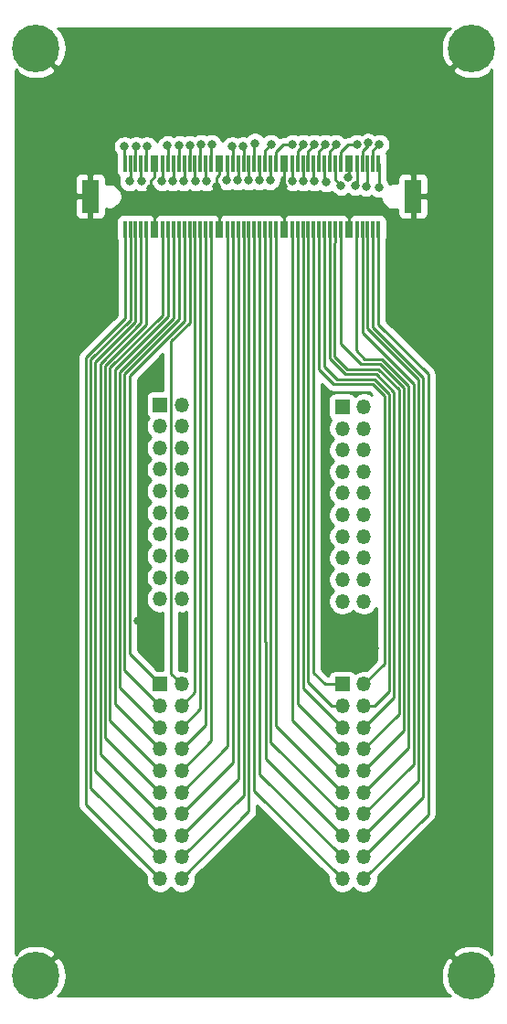
<source format=gbr>
%TF.GenerationSoftware,KiCad,Pcbnew,(5.1.10)-1*%
%TF.CreationDate,2021-09-20T08:54:39+02:00*%
%TF.ProjectId,breakoutboard,62726561-6b6f-4757-9462-6f6172642e6b,rev?*%
%TF.SameCoordinates,Original*%
%TF.FileFunction,Copper,L1,Top*%
%TF.FilePolarity,Positive*%
%FSLAX46Y46*%
G04 Gerber Fmt 4.6, Leading zero omitted, Abs format (unit mm)*
G04 Created by KiCad (PCBNEW (5.1.10)-1) date 2021-09-20 08:54:39*
%MOMM*%
%LPD*%
G01*
G04 APERTURE LIST*
%TA.AperFunction,ComponentPad*%
%ADD10C,0.700000*%
%TD*%
%TA.AperFunction,ComponentPad*%
%ADD11C,4.400000*%
%TD*%
%TA.AperFunction,ComponentPad*%
%ADD12O,1.350000X1.350000*%
%TD*%
%TA.AperFunction,ComponentPad*%
%ADD13R,1.350000X1.350000*%
%TD*%
%TA.AperFunction,SMDPad,CuDef*%
%ADD14R,0.300000X1.600000*%
%TD*%
%TA.AperFunction,SMDPad,CuDef*%
%ADD15R,1.600000X3.100000*%
%TD*%
%TA.AperFunction,SMDPad,CuDef*%
%ADD16R,0.700000X1.600000*%
%TD*%
%TA.AperFunction,ViaPad*%
%ADD17C,0.800000*%
%TD*%
%TA.AperFunction,Conductor*%
%ADD18C,0.250000*%
%TD*%
%TA.AperFunction,Conductor*%
%ADD19C,0.254000*%
%TD*%
%TA.AperFunction,Conductor*%
%ADD20C,0.100000*%
%TD*%
G04 APERTURE END LIST*
D10*
%TO.P,H4,1*%
%TO.N,GND*%
X50566726Y-41466726D03*
X51050000Y-40300000D03*
X50566726Y-39133274D03*
X49400000Y-38650000D03*
X48233274Y-39133274D03*
X47750000Y-40300000D03*
X48233274Y-41466726D03*
X49400000Y-41950000D03*
D11*
X49400000Y-40300000D03*
%TD*%
D10*
%TO.P,H3,1*%
%TO.N,GND*%
X50566726Y-127366726D03*
X51050000Y-126200000D03*
X50566726Y-125033274D03*
X49400000Y-124550000D03*
X48233274Y-125033274D03*
X47750000Y-126200000D03*
X48233274Y-127366726D03*
X49400000Y-127850000D03*
D11*
X49400000Y-126200000D03*
%TD*%
D10*
%TO.P,H2,1*%
%TO.N,GND*%
X90966726Y-127366726D03*
X91450000Y-126200000D03*
X90966726Y-125033274D03*
X89800000Y-124550000D03*
X88633274Y-125033274D03*
X88150000Y-126200000D03*
X88633274Y-127366726D03*
X89800000Y-127850000D03*
D11*
X89800000Y-126200000D03*
%TD*%
D10*
%TO.P,H1,1*%
%TO.N,GND*%
X90966726Y-41466726D03*
X91450000Y-40300000D03*
X90966726Y-39133274D03*
X89800000Y-38650000D03*
X88633274Y-39133274D03*
X88150000Y-40300000D03*
X88633274Y-41466726D03*
X89800000Y-41950000D03*
D11*
X89800000Y-40300000D03*
%TD*%
D12*
%TO.P,J2,20*%
%TO.N,39*%
X62900000Y-91300000D03*
%TO.P,J2,19*%
%TO.N,37*%
X60900000Y-91300000D03*
%TO.P,J2,18*%
%TO.N,35*%
X62900000Y-89300000D03*
%TO.P,J2,17*%
%TO.N,33*%
X60900000Y-89300000D03*
%TO.P,J2,16*%
%TO.N,31*%
X62900000Y-87300000D03*
%TO.P,J2,15*%
%TO.N,29*%
X60900000Y-87300000D03*
%TO.P,J2,14*%
%TO.N,27*%
X62900000Y-85300000D03*
%TO.P,J2,13*%
%TO.N,25*%
X60900000Y-85300000D03*
%TO.P,J2,12*%
%TO.N,23*%
X62900000Y-83300000D03*
%TO.P,J2,11*%
%TO.N,21*%
X60900000Y-83300000D03*
%TO.P,J2,10*%
%TO.N,19*%
X62900000Y-81300000D03*
%TO.P,J2,9*%
%TO.N,17*%
X60900000Y-81300000D03*
%TO.P,J2,8*%
%TO.N,15*%
X62900000Y-79300000D03*
%TO.P,J2,7*%
%TO.N,13*%
X60900000Y-79300000D03*
%TO.P,J2,6*%
%TO.N,11*%
X62900000Y-77300000D03*
%TO.P,J2,5*%
%TO.N,9*%
X60900000Y-77300000D03*
%TO.P,J2,4*%
%TO.N,7*%
X62900000Y-75300000D03*
%TO.P,J2,3*%
%TO.N,5*%
X60900000Y-75300000D03*
%TO.P,J2,2*%
%TO.N,3*%
X62900000Y-73300000D03*
D13*
%TO.P,J2,1*%
%TO.N,1*%
X60900000Y-73300000D03*
%TD*%
D12*
%TO.P,J5,20*%
%TO.N,80*%
X79800000Y-117200000D03*
%TO.P,J5,19*%
%TO.N,42*%
X77800000Y-117200000D03*
%TO.P,J5,18*%
%TO.N,78*%
X79800000Y-115200000D03*
%TO.P,J5,17*%
%TO.N,44*%
X77800000Y-115200000D03*
%TO.P,J5,16*%
%TO.N,76*%
X79800000Y-113200000D03*
%TO.P,J5,15*%
%TO.N,46*%
X77800000Y-113200000D03*
%TO.P,J5,14*%
%TO.N,74*%
X79800000Y-111200000D03*
%TO.P,J5,13*%
%TO.N,48*%
X77800000Y-111200000D03*
%TO.P,J5,12*%
%TO.N,72*%
X79800000Y-109200000D03*
%TO.P,J5,11*%
%TO.N,50*%
X77800000Y-109200000D03*
%TO.P,J5,10*%
%TO.N,70*%
X79800000Y-107200000D03*
%TO.P,J5,9*%
%TO.N,52*%
X77800000Y-107200000D03*
%TO.P,J5,8*%
%TO.N,68*%
X79800000Y-105200000D03*
%TO.P,J5,7*%
%TO.N,54*%
X77800000Y-105200000D03*
%TO.P,J5,6*%
%TO.N,66*%
X79800000Y-103200000D03*
%TO.P,J5,5*%
%TO.N,56*%
X77800000Y-103200000D03*
%TO.P,J5,4*%
%TO.N,64*%
X79800000Y-101200000D03*
%TO.P,J5,3*%
%TO.N,58*%
X77800000Y-101200000D03*
%TO.P,J5,2*%
%TO.N,62*%
X79800000Y-99200000D03*
D13*
%TO.P,J5,1*%
%TO.N,60*%
X77800000Y-99200000D03*
%TD*%
D12*
%TO.P,J4,20*%
%TO.N,41*%
X79800000Y-91499998D03*
%TO.P,J4,19*%
%TO.N,43*%
X77800000Y-91499998D03*
%TO.P,J4,18*%
%TO.N,45*%
X79800000Y-89499998D03*
%TO.P,J4,17*%
%TO.N,47*%
X77800000Y-89499998D03*
%TO.P,J4,16*%
%TO.N,49*%
X79800000Y-87499998D03*
%TO.P,J4,15*%
%TO.N,51*%
X77800000Y-87499998D03*
%TO.P,J4,14*%
%TO.N,53*%
X79800000Y-85499998D03*
%TO.P,J4,13*%
%TO.N,55*%
X77800000Y-85499998D03*
%TO.P,J4,12*%
%TO.N,57*%
X79800000Y-83499998D03*
%TO.P,J4,11*%
%TO.N,59*%
X77800000Y-83499998D03*
%TO.P,J4,10*%
%TO.N,61*%
X79800000Y-81499998D03*
%TO.P,J4,9*%
%TO.N,63*%
X77800000Y-81499998D03*
%TO.P,J4,8*%
%TO.N,65*%
X79800000Y-79499998D03*
%TO.P,J4,7*%
%TO.N,67*%
X77800000Y-79499998D03*
%TO.P,J4,6*%
%TO.N,69*%
X79800000Y-77499998D03*
%TO.P,J4,5*%
%TO.N,71*%
X77800000Y-77499998D03*
%TO.P,J4,4*%
%TO.N,73*%
X79800000Y-75499998D03*
%TO.P,J4,3*%
%TO.N,75*%
X77800000Y-75499998D03*
%TO.P,J4,2*%
%TO.N,77*%
X79800000Y-73499998D03*
D13*
%TO.P,J4,1*%
%TO.N,79*%
X77800000Y-73499998D03*
%TD*%
D12*
%TO.P,J3,20*%
%TO.N,40*%
X62900000Y-117200000D03*
%TO.P,J3,19*%
%TO.N,2*%
X60900000Y-117200000D03*
%TO.P,J3,18*%
%TO.N,38*%
X62900000Y-115200000D03*
%TO.P,J3,17*%
%TO.N,4*%
X60900000Y-115200000D03*
%TO.P,J3,16*%
%TO.N,36*%
X62900000Y-113200000D03*
%TO.P,J3,15*%
%TO.N,6*%
X60900000Y-113200000D03*
%TO.P,J3,14*%
%TO.N,34*%
X62900000Y-111200000D03*
%TO.P,J3,13*%
%TO.N,8*%
X60900000Y-111200000D03*
%TO.P,J3,12*%
%TO.N,32*%
X62900000Y-109200000D03*
%TO.P,J3,11*%
%TO.N,10*%
X60900000Y-109200000D03*
%TO.P,J3,10*%
%TO.N,30*%
X62900000Y-107200000D03*
%TO.P,J3,9*%
%TO.N,12*%
X60900000Y-107200000D03*
%TO.P,J3,8*%
%TO.N,28*%
X62900000Y-105200000D03*
%TO.P,J3,7*%
%TO.N,14*%
X60900000Y-105200000D03*
%TO.P,J3,6*%
%TO.N,26*%
X62900000Y-103200000D03*
%TO.P,J3,5*%
%TO.N,16*%
X60900000Y-103200000D03*
%TO.P,J3,4*%
%TO.N,24*%
X62900000Y-101200000D03*
%TO.P,J3,3*%
%TO.N,18*%
X60900000Y-101200000D03*
%TO.P,J3,2*%
%TO.N,22*%
X62900000Y-99200000D03*
D13*
%TO.P,J3,1*%
%TO.N,20*%
X60900000Y-99200000D03*
%TD*%
D14*
%TO.P,J1,1*%
%TO.N,1*%
X57650000Y-50950000D03*
%TO.P,J1,2*%
%TO.N,2*%
X57650000Y-57050000D03*
%TO.P,J1,3*%
%TO.N,3*%
X58150000Y-50950000D03*
%TO.P,J1,4*%
%TO.N,4*%
X58150000Y-57050000D03*
%TO.P,J1,5*%
%TO.N,5*%
X58650000Y-50950000D03*
%TO.P,J1,6*%
%TO.N,6*%
X58650000Y-57050000D03*
%TO.P,J1,7*%
%TO.N,7*%
X59150000Y-50950000D03*
%TO.P,J1,8*%
%TO.N,8*%
X59150000Y-57050000D03*
%TO.P,J1,9*%
%TO.N,9*%
X59650000Y-50950000D03*
%TO.P,J1,10*%
%TO.N,10*%
X59650000Y-57050000D03*
%TO.P,J1,11*%
%TO.N,11*%
X61150000Y-50950000D03*
%TO.P,J1,12*%
%TO.N,12*%
X61150000Y-57050000D03*
%TO.P,J1,13*%
%TO.N,13*%
X61650000Y-50950000D03*
%TO.P,J1,14*%
%TO.N,14*%
X61650000Y-57050000D03*
%TO.P,J1,15*%
%TO.N,15*%
X62150000Y-50950000D03*
%TO.P,J1,16*%
%TO.N,16*%
X62150000Y-57050000D03*
%TO.P,J1,17*%
%TO.N,17*%
X62650000Y-50950000D03*
%TO.P,J1,18*%
%TO.N,18*%
X62650000Y-57050000D03*
%TO.P,J1,19*%
%TO.N,19*%
X63150000Y-50950000D03*
%TO.P,J1,20*%
%TO.N,20*%
X63150000Y-57050000D03*
%TO.P,J1,21*%
%TO.N,21*%
X63650000Y-50950000D03*
%TO.P,J1,22*%
%TO.N,22*%
X63650000Y-57050000D03*
%TO.P,J1,23*%
%TO.N,23*%
X64150000Y-50950000D03*
%TO.P,J1,24*%
%TO.N,24*%
X64150000Y-57050000D03*
%TO.P,J1,25*%
%TO.N,25*%
X64650000Y-50950000D03*
%TO.P,J1,26*%
%TO.N,26*%
X64650000Y-57050000D03*
%TO.P,J1,27*%
%TO.N,27*%
X65150000Y-50950000D03*
%TO.P,J1,28*%
%TO.N,28*%
X65150000Y-57050000D03*
%TO.P,J1,29*%
%TO.N,29*%
X65650000Y-50950000D03*
%TO.P,J1,30*%
%TO.N,30*%
X65650000Y-57050000D03*
%TO.P,J1,31*%
%TO.N,31*%
X67150000Y-50950000D03*
%TO.P,J1,32*%
%TO.N,32*%
X67150000Y-57050000D03*
%TO.P,J1,33*%
%TO.N,33*%
X67650000Y-50950000D03*
%TO.P,J1,34*%
%TO.N,34*%
X67650000Y-57050000D03*
%TO.P,J1,35*%
%TO.N,35*%
X68150000Y-50950000D03*
%TO.P,J1,36*%
%TO.N,36*%
X68150000Y-57050000D03*
%TO.P,J1,37*%
%TO.N,37*%
X68650000Y-50950000D03*
%TO.P,J1,38*%
%TO.N,38*%
X68650000Y-57050000D03*
%TO.P,J1,39*%
%TO.N,39*%
X69150000Y-50950000D03*
%TO.P,J1,40*%
%TO.N,40*%
X69150000Y-57050000D03*
%TO.P,J1,41*%
%TO.N,41*%
X69650000Y-50950000D03*
%TO.P,J1,42*%
%TO.N,42*%
X69650000Y-57050000D03*
%TO.P,J1,43*%
%TO.N,43*%
X70150000Y-50950000D03*
%TO.P,J1,44*%
%TO.N,44*%
X70150000Y-57050000D03*
%TO.P,J1,45*%
%TO.N,45*%
X70650000Y-50950000D03*
%TO.P,J1,46*%
%TO.N,46*%
X70650000Y-57050000D03*
%TO.P,J1,47*%
%TO.N,47*%
X71150000Y-50950000D03*
%TO.P,J1,48*%
%TO.N,48*%
X71150000Y-57050000D03*
%TO.P,J1,49*%
%TO.N,49*%
X71650000Y-50950000D03*
%TO.P,J1,50*%
%TO.N,50*%
X71650000Y-57050000D03*
%TO.P,J1,51*%
%TO.N,51*%
X73150000Y-50950000D03*
%TO.P,J1,52*%
%TO.N,52*%
X73150000Y-57050000D03*
%TO.P,J1,53*%
%TO.N,53*%
X73650000Y-50950000D03*
%TO.P,J1,54*%
%TO.N,54*%
X73650000Y-57050000D03*
%TO.P,J1,55*%
%TO.N,55*%
X74150000Y-50950000D03*
%TO.P,J1,56*%
%TO.N,56*%
X74150000Y-57050000D03*
%TO.P,J1,57*%
%TO.N,57*%
X74650000Y-50950000D03*
%TO.P,J1,58*%
%TO.N,58*%
X74650000Y-57050000D03*
%TO.P,J1,59*%
%TO.N,59*%
X75150000Y-50950000D03*
%TO.P,J1,60*%
%TO.N,60*%
X75150000Y-57050000D03*
%TO.P,J1,61*%
%TO.N,61*%
X75650000Y-50950000D03*
%TO.P,J1,62*%
%TO.N,62*%
X75650000Y-57050000D03*
%TO.P,J1,63*%
%TO.N,63*%
X76150000Y-50950000D03*
%TO.P,J1,64*%
%TO.N,64*%
X76150000Y-57050000D03*
%TO.P,J1,65*%
%TO.N,65*%
X76650000Y-50950000D03*
%TO.P,J1,66*%
%TO.N,66*%
X76650000Y-57050000D03*
%TO.P,J1,67*%
%TO.N,67*%
X77150000Y-50950000D03*
%TO.P,J1,68*%
%TO.N,68*%
X77150000Y-57050000D03*
%TO.P,J1,69*%
%TO.N,69*%
X77650000Y-50950000D03*
%TO.P,J1,70*%
%TO.N,70*%
X77650000Y-57050000D03*
%TO.P,J1,71*%
%TO.N,71*%
X79150000Y-50950000D03*
%TO.P,J1,72*%
%TO.N,72*%
X79150000Y-57050000D03*
%TO.P,J1,73*%
%TO.N,73*%
X79650000Y-50950000D03*
%TO.P,J1,74*%
%TO.N,74*%
X79650000Y-57050000D03*
%TO.P,J1,75*%
%TO.N,75*%
X80150000Y-50950000D03*
%TO.P,J1,76*%
%TO.N,76*%
X80150000Y-57050000D03*
%TO.P,J1,77*%
%TO.N,77*%
X80650000Y-50950000D03*
%TO.P,J1,78*%
%TO.N,78*%
X80650000Y-57050000D03*
%TO.P,J1,79*%
%TO.N,79*%
X81150000Y-50950000D03*
%TO.P,J1,80*%
%TO.N,80*%
X81150000Y-57050000D03*
D15*
%TO.P,J1,G1*%
%TO.N,GND*%
X54450000Y-54000000D03*
D16*
%TO.P,J1,G2*%
X60400000Y-57050000D03*
%TO.P,J1,G3*%
X66400000Y-57050000D03*
%TO.P,J1,G4*%
X72400000Y-57050000D03*
%TO.P,J1,G5*%
X78400000Y-57050000D03*
D15*
%TO.P,J1,G6*%
X84350000Y-54000000D03*
D16*
%TO.P,J1,G7*%
X78400000Y-50950000D03*
%TO.P,J1,G8*%
X72400000Y-50950000D03*
%TO.P,J1,G9*%
X66400000Y-50950000D03*
%TO.P,J1,G10*%
X60400000Y-50950000D03*
%TD*%
D17*
%TO.N,1*%
X57600000Y-49400000D03*
%TO.N,3*%
X58100000Y-52600000D03*
%TO.N,5*%
X58700000Y-49400000D03*
%TO.N,7*%
X59200000Y-52600000D03*
%TO.N,9*%
X59700000Y-49400000D03*
%TO.N,11*%
X61100000Y-52600000D03*
%TO.N,13*%
X61600000Y-49300000D03*
%TO.N,15*%
X62100000Y-52600000D03*
%TO.N,17*%
X62700000Y-49300000D03*
%TO.N,19*%
X63100000Y-52600000D03*
%TO.N,21*%
X63700000Y-49300000D03*
%TO.N,23*%
X64200000Y-52600000D03*
%TO.N,25*%
X64693886Y-49189569D03*
%TO.N,27*%
X65200003Y-52600000D03*
%TO.N,29*%
X65693821Y-49201080D03*
%TO.N,31*%
X67100000Y-52500000D03*
%TO.N,33*%
X67599997Y-49400000D03*
%TO.N,35*%
X68100000Y-52500000D03*
%TO.N,37*%
X68600000Y-49400000D03*
%TO.N,39*%
X69100000Y-52500000D03*
%TO.N,41*%
X69700000Y-49100000D03*
%TO.N,43*%
X70100000Y-52500000D03*
%TO.N,45*%
X71200000Y-49200000D03*
%TO.N,47*%
X71100000Y-52500000D03*
%TO.N,49*%
X73200000Y-49200000D03*
%TO.N,51*%
X73200000Y-52600000D03*
%TO.N,53*%
X74200000Y-49200000D03*
%TO.N,55*%
X74200000Y-52600000D03*
%TO.N,57*%
X75200000Y-49200000D03*
%TO.N,59*%
X75200003Y-52600000D03*
%TO.N,61*%
X76200000Y-49200000D03*
%TO.N,63*%
X76300000Y-52700000D03*
%TO.N,65*%
X77200003Y-49200000D03*
%TO.N,67*%
X77700000Y-53000000D03*
%TO.N,69*%
X79200000Y-49200000D03*
%TO.N,71*%
X79000000Y-53000000D03*
%TO.N,73*%
X80192280Y-49075965D03*
%TO.N,75*%
X80000000Y-53100000D03*
%TO.N,77*%
X81200003Y-49200000D03*
%TO.N,79*%
X81200000Y-53200000D03*
%TO.N,GND*%
X60080787Y-53304945D03*
X66115224Y-53104616D03*
X66300000Y-55300000D03*
X60200000Y-55400000D03*
X72300000Y-55500000D03*
X72300000Y-53100000D03*
X78350122Y-52239959D03*
X80500000Y-55200000D03*
X60100000Y-94900000D03*
X78800000Y-94900000D03*
X76400000Y-94000000D03*
X80700000Y-93900000D03*
X80800000Y-95900000D03*
X77100000Y-96000000D03*
X58900000Y-93300000D03*
X60900000Y-93400000D03*
X63000000Y-94500000D03*
X59800000Y-96100000D03*
X60400000Y-69900000D03*
X82500000Y-63900000D03*
X82400000Y-60800000D03*
X56300000Y-61500000D03*
X56300000Y-63800000D03*
%TD*%
D18*
%TO.N,1*%
X57600000Y-50900000D02*
X57650000Y-50950000D01*
X57600000Y-49400000D02*
X57600000Y-50900000D01*
%TO.N,3*%
X58150000Y-52550000D02*
X58150000Y-50950000D01*
X58100000Y-52600000D02*
X58150000Y-52550000D01*
%TO.N,5*%
X58650000Y-49450000D02*
X58700000Y-49400000D01*
X58650000Y-50950000D02*
X58650000Y-49450000D01*
%TO.N,7*%
X59150000Y-52550000D02*
X59200000Y-52600000D01*
X59150000Y-50950000D02*
X59150000Y-52550000D01*
%TO.N,9*%
X59650000Y-49450000D02*
X59700000Y-49400000D01*
X59650000Y-50950000D02*
X59650000Y-49450000D01*
%TO.N,11*%
X61150000Y-52550000D02*
X61100000Y-52600000D01*
X61150000Y-50950000D02*
X61150000Y-52550000D01*
%TO.N,13*%
X61650000Y-49350000D02*
X61600000Y-49300000D01*
X61650000Y-50950000D02*
X61650000Y-49350000D01*
%TO.N,15*%
X62150000Y-52550000D02*
X62100000Y-52600000D01*
X62150000Y-50950000D02*
X62150000Y-52550000D01*
%TO.N,17*%
X62650000Y-49350000D02*
X62700000Y-49300000D01*
X62650000Y-50950000D02*
X62650000Y-49350000D01*
%TO.N,19*%
X63150000Y-52550000D02*
X63100000Y-52600000D01*
X63150000Y-50950000D02*
X63150000Y-52550000D01*
%TO.N,2*%
X57650000Y-57050000D02*
X57650000Y-65322310D01*
X57650000Y-65322310D02*
X54024909Y-68947401D01*
X54024909Y-110324909D02*
X60900000Y-117200000D01*
X54024909Y-68947401D02*
X54024909Y-110324909D01*
%TO.N,4*%
X58150000Y-65458720D02*
X54474919Y-69133801D01*
X58150000Y-57050000D02*
X58150000Y-65458720D01*
X54474919Y-108774919D02*
X60900000Y-115200000D01*
X54474919Y-69133801D02*
X54474919Y-108774919D01*
%TO.N,6*%
X58650000Y-57050000D02*
X58650000Y-65595130D01*
X54924929Y-107224929D02*
X60900000Y-113200000D01*
X54924929Y-69320201D02*
X54924929Y-107224929D01*
X58650000Y-65595130D02*
X54924929Y-69320201D01*
%TO.N,8*%
X59150000Y-65731540D02*
X55374939Y-69506601D01*
X59150000Y-57050000D02*
X59150000Y-65731540D01*
X55374939Y-105674939D02*
X60900000Y-111200000D01*
X55374939Y-69506601D02*
X55374939Y-105674939D01*
%TO.N,10*%
X59650000Y-65867950D02*
X55824949Y-69693001D01*
X59650000Y-57050000D02*
X59650000Y-65867950D01*
X55824949Y-104124949D02*
X60900000Y-109200000D01*
X55824949Y-69693001D02*
X55824949Y-104124949D01*
%TO.N,12*%
X61150000Y-65004360D02*
X56274959Y-69879401D01*
X61150000Y-57050000D02*
X61150000Y-65004360D01*
X56274959Y-102574959D02*
X60900000Y-107200000D01*
X56274959Y-69879401D02*
X56274959Y-102574959D01*
%TO.N,14*%
X61650000Y-65140770D02*
X56724969Y-70065801D01*
X61650000Y-57050000D02*
X61650000Y-65140770D01*
X56724969Y-101024969D02*
X60900000Y-105200000D01*
X56724969Y-70065801D02*
X56724969Y-101024969D01*
%TO.N,16*%
X62150000Y-65277180D02*
X57174979Y-70252201D01*
X62150000Y-57050000D02*
X62150000Y-65277180D01*
X57174979Y-99474979D02*
X60900000Y-103200000D01*
X57174979Y-70252201D02*
X57174979Y-99474979D01*
%TO.N,18*%
X57624989Y-97924989D02*
X60900000Y-101200000D01*
X57624989Y-70438601D02*
X57624989Y-97924989D01*
X62650000Y-65413590D02*
X57624989Y-70438601D01*
X62650000Y-57050000D02*
X62650000Y-65413590D01*
%TO.N,20*%
X58074999Y-96374999D02*
X58074999Y-70625001D01*
X60900000Y-99200000D02*
X58074999Y-96374999D01*
X63150000Y-65550000D02*
X63150000Y-57050000D01*
X58074999Y-70625001D02*
X63150000Y-65550000D01*
%TO.N,21*%
X63650000Y-49454317D02*
X63650000Y-50950000D01*
X63700000Y-49300000D02*
X63650000Y-49454317D01*
%TO.N,23*%
X64150000Y-52550000D02*
X64200000Y-52600000D01*
X64150000Y-50950000D02*
X64150000Y-52550000D01*
%TO.N,25*%
X64650000Y-49233455D02*
X64693886Y-49189569D01*
X64650000Y-50950000D02*
X64650000Y-49233455D01*
%TO.N,27*%
X65150000Y-52549997D02*
X65200003Y-52600000D01*
X65150000Y-50950000D02*
X65150000Y-52549997D01*
%TO.N,29*%
X65650000Y-49244901D02*
X65693821Y-49201080D01*
X65650000Y-50950000D02*
X65650000Y-49244901D01*
%TO.N,31*%
X67150000Y-52450000D02*
X67100000Y-52500000D01*
X67150000Y-50950000D02*
X67150000Y-52450000D01*
%TO.N,33*%
X67650000Y-49450003D02*
X67599997Y-49400000D01*
X67650000Y-50950000D02*
X67650000Y-49450003D01*
%TO.N,35*%
X68150000Y-52450000D02*
X68100000Y-52500000D01*
X68150000Y-50950000D02*
X68150000Y-52450000D01*
%TO.N,37*%
X68650000Y-49450000D02*
X68600000Y-49400000D01*
X68650000Y-50950000D02*
X68650000Y-49450000D01*
%TO.N,39*%
X69150000Y-52450000D02*
X69100000Y-52500000D01*
X69150000Y-50950000D02*
X69150000Y-52450000D01*
%TO.N,22*%
X61900000Y-67436410D02*
X63650000Y-65686410D01*
X63650000Y-65686410D02*
X63650000Y-65050000D01*
X61900000Y-98200000D02*
X61900000Y-67436410D01*
X62900000Y-99200000D02*
X61900000Y-98200000D01*
X63650000Y-65050000D02*
X63650000Y-57050000D01*
X63650000Y-65650000D02*
X63650000Y-65050000D01*
%TO.N,24*%
X64150000Y-99950000D02*
X62900000Y-101200000D01*
X64150000Y-65250000D02*
X64150000Y-99950000D01*
X64150000Y-57050000D02*
X64150000Y-65250000D01*
X64150000Y-65250000D02*
X64150000Y-65513590D01*
%TO.N,26*%
X64650000Y-101450000D02*
X64650000Y-64950000D01*
X64650000Y-64950000D02*
X64650000Y-57050000D01*
X62900000Y-103200000D02*
X64650000Y-101450000D01*
X64650000Y-65377180D02*
X64650000Y-64950000D01*
%TO.N,28*%
X65150000Y-102950000D02*
X62900000Y-105200000D01*
X65150000Y-57050000D02*
X65150000Y-102950000D01*
%TO.N,30*%
X65650000Y-104450000D02*
X65650000Y-64950000D01*
X62900000Y-107200000D02*
X65650000Y-104450000D01*
X65650000Y-64950000D02*
X65650000Y-57050000D01*
X65650000Y-65050000D02*
X65650000Y-64950000D01*
%TO.N,32*%
X67150000Y-104950000D02*
X62900000Y-109200000D01*
X67150000Y-57050000D02*
X67150000Y-104950000D01*
%TO.N,34*%
X67650000Y-106450000D02*
X67650000Y-65350000D01*
X62900000Y-111200000D02*
X67650000Y-106450000D01*
X67650000Y-65350000D02*
X67650000Y-57050000D01*
X67650000Y-65777180D02*
X67650000Y-65350000D01*
%TO.N,36*%
X68150000Y-107950000D02*
X62900000Y-113200000D01*
X68150000Y-57050000D02*
X68150000Y-107950000D01*
%TO.N,38*%
X68650000Y-109450000D02*
X68650000Y-65350000D01*
X68650000Y-65350000D02*
X68650000Y-65504360D01*
X62900000Y-115200000D02*
X68650000Y-109450000D01*
X68650000Y-57050000D02*
X68650000Y-65350000D01*
%TO.N,40*%
X69150000Y-110950000D02*
X62900000Y-117200000D01*
X69150000Y-57050000D02*
X69150000Y-110950000D01*
%TO.N,41*%
X69650000Y-49150000D02*
X69700000Y-49100000D01*
X69650000Y-50950000D02*
X69650000Y-49150000D01*
%TO.N,42*%
X69650000Y-109050000D02*
X77800000Y-117200000D01*
X69650000Y-57050000D02*
X69650000Y-109050000D01*
%TO.N,43*%
X70150000Y-52450000D02*
X70150000Y-50950000D01*
X70100000Y-52500000D02*
X70150000Y-52450000D01*
%TO.N,44*%
X70150000Y-107550000D02*
X77800000Y-115200000D01*
X70150000Y-57050000D02*
X70150000Y-107550000D01*
%TO.N,45*%
X70650000Y-49750000D02*
X71200000Y-49200000D01*
X70650000Y-50950000D02*
X70650000Y-49750000D01*
%TO.N,46*%
X70699990Y-106099990D02*
X77800000Y-113200000D01*
X70699990Y-95299990D02*
X70699990Y-106099990D01*
X70650000Y-95250000D02*
X70699990Y-95299990D01*
X70650000Y-57050000D02*
X70650000Y-95250000D01*
%TO.N,47*%
X71150000Y-52450000D02*
X71100000Y-52500000D01*
X71150000Y-50950000D02*
X71150000Y-52450000D01*
%TO.N,48*%
X71150000Y-104550000D02*
X77800000Y-111200000D01*
X71150000Y-57050000D02*
X71150000Y-104550000D01*
%TO.N,49*%
X72350000Y-49200000D02*
X73200000Y-49200000D01*
X71650000Y-49900000D02*
X72350000Y-49200000D01*
X71650000Y-50950000D02*
X71650000Y-49900000D01*
%TO.N,50*%
X71650000Y-103050000D02*
X77800000Y-109200000D01*
X71650000Y-57050000D02*
X71650000Y-103050000D01*
%TO.N,51*%
X73150000Y-52550000D02*
X73150000Y-50950000D01*
X73200000Y-52600000D02*
X73150000Y-52550000D01*
%TO.N,52*%
X73150000Y-102550000D02*
X77800000Y-107200000D01*
X73150000Y-57050000D02*
X73150000Y-102550000D01*
%TO.N,53*%
X74200000Y-49273002D02*
X74200000Y-49200000D01*
X73650000Y-49823002D02*
X74200000Y-49273002D01*
X73650000Y-50950000D02*
X73650000Y-49823002D01*
%TO.N,54*%
X73650000Y-101050000D02*
X77800000Y-105200000D01*
X73650000Y-57050000D02*
X73650000Y-101050000D01*
%TO.N,55*%
X74150000Y-52550000D02*
X74150000Y-50950000D01*
X74200000Y-52600000D02*
X74150000Y-52550000D01*
%TO.N,56*%
X74150000Y-99550000D02*
X77800000Y-103200000D01*
X74150000Y-57050000D02*
X74150000Y-99550000D01*
%TO.N,57*%
X75200000Y-49273002D02*
X75200000Y-49200000D01*
X74650000Y-49823002D02*
X75200000Y-49273002D01*
X74650000Y-50950000D02*
X74650000Y-49823002D01*
%TO.N,58*%
X74650000Y-99004594D02*
X74650000Y-57050000D01*
X76845406Y-101200000D02*
X74650000Y-99004594D01*
X77800000Y-101200000D02*
X76845406Y-101200000D01*
%TO.N,59*%
X75150000Y-52549997D02*
X75200003Y-52600000D01*
X75150000Y-50950000D02*
X75150000Y-52549997D01*
%TO.N,60*%
X77800000Y-99200000D02*
X76200000Y-99200000D01*
X75150000Y-98150000D02*
X75150000Y-57050000D01*
X76200000Y-99200000D02*
X75150000Y-98150000D01*
%TO.N,61*%
X76200000Y-49273002D02*
X76200000Y-49200000D01*
X75650000Y-49823002D02*
X76200000Y-49273002D01*
X75650000Y-50950000D02*
X75650000Y-49823002D01*
%TO.N,62*%
X75650000Y-70050000D02*
X75650000Y-57050000D01*
X77000000Y-71400000D02*
X75650000Y-70050000D01*
X80600000Y-71400000D02*
X77000000Y-71400000D01*
X81700000Y-72500000D02*
X80600000Y-71400000D01*
X81700000Y-97300000D02*
X81700000Y-72500000D01*
X79800000Y-99200000D02*
X81700000Y-97300000D01*
%TO.N,63*%
X76150000Y-52550000D02*
X76150000Y-50950000D01*
X76300000Y-52700000D02*
X76150000Y-52550000D01*
%TO.N,64*%
X80754594Y-101200000D02*
X79800000Y-101200000D01*
X82150010Y-99804584D02*
X80754594Y-101200000D01*
X82150010Y-72313600D02*
X82150010Y-99804584D01*
X80786400Y-70949990D02*
X82150010Y-72313600D01*
X77300000Y-70949990D02*
X80786400Y-70949990D01*
X76150000Y-69799990D02*
X77300000Y-70949990D01*
X76150000Y-57050000D02*
X76150000Y-69799990D01*
%TO.N,65*%
X77200003Y-49272999D02*
X77200003Y-49200000D01*
X76650000Y-49823002D02*
X77200003Y-49272999D01*
X76650000Y-50950000D02*
X76650000Y-49823002D01*
%TO.N,66*%
X76650000Y-57050000D02*
X76650000Y-69049980D01*
X80972801Y-70499981D02*
X82600020Y-72127200D01*
X78100000Y-70499980D02*
X80972801Y-70499981D01*
X76650000Y-69049980D02*
X78100000Y-70499980D01*
X82600020Y-100399980D02*
X79800000Y-103200000D01*
X82600020Y-72127200D02*
X82600020Y-100399980D01*
%TO.N,67*%
X77150000Y-52450000D02*
X77700000Y-53000000D01*
X77150000Y-50950000D02*
X77150000Y-52450000D01*
%TO.N,68*%
X83050029Y-71940799D02*
X81109230Y-70000000D01*
X83050029Y-101949971D02*
X83050029Y-71940799D01*
X79800000Y-105200000D02*
X83050029Y-101949971D01*
X81109230Y-70000000D02*
X78236430Y-70000000D01*
X78236430Y-70000000D02*
X77100010Y-68863580D01*
X77150000Y-58265000D02*
X77150000Y-57050000D01*
X77100010Y-58314990D02*
X77150000Y-58265000D01*
X77100010Y-68863580D02*
X77100010Y-58314990D01*
%TO.N,69*%
X78350000Y-49200000D02*
X79200000Y-49200000D01*
X77650000Y-49900000D02*
X78350000Y-49200000D01*
X77650000Y-50950000D02*
X77650000Y-49900000D01*
%TO.N,70*%
X77650000Y-57050000D02*
X77650000Y-67699990D01*
X83500039Y-103499961D02*
X79800000Y-107200000D01*
X83500039Y-71754399D02*
X83500039Y-103499961D01*
X81295631Y-69549991D02*
X83500039Y-71754399D01*
X79500000Y-69549990D02*
X81295631Y-69549991D01*
X77650000Y-67699990D02*
X79500000Y-69549990D01*
%TO.N,71*%
X79150000Y-52850000D02*
X79150000Y-50950000D01*
X79000000Y-53000000D02*
X79150000Y-52850000D01*
%TO.N,72*%
X83950048Y-71567998D02*
X81482030Y-69099982D01*
X83950049Y-105049951D02*
X83950048Y-71567998D01*
X79800000Y-109200000D02*
X83950049Y-105049951D01*
X81482030Y-69099982D02*
X79899982Y-69099982D01*
X79899982Y-69099982D02*
X79075001Y-68275001D01*
X79150000Y-57450000D02*
X79150000Y-57050000D01*
X79075001Y-57524999D02*
X79150000Y-57450000D01*
X79075001Y-68275001D02*
X79075001Y-57524999D01*
%TO.N,73*%
X80192280Y-49280722D02*
X80192280Y-49075965D01*
X79650000Y-49823002D02*
X80192280Y-49280722D01*
X79650000Y-50950000D02*
X79650000Y-49823002D01*
%TO.N,74*%
X84400057Y-106599943D02*
X79800000Y-111200000D01*
X84400057Y-71381599D02*
X84400057Y-106599943D01*
X79650000Y-66631542D02*
X84400057Y-71381599D01*
X79650000Y-57050000D02*
X79650000Y-66631542D01*
%TO.N,75*%
X80150000Y-52950000D02*
X80000000Y-53100000D01*
X80150000Y-50950000D02*
X80150000Y-52950000D01*
%TO.N,76*%
X84850066Y-108149934D02*
X84850066Y-70950056D01*
X79800000Y-113200000D02*
X84850066Y-108149934D01*
X80150000Y-66249990D02*
X80150000Y-57050000D01*
X84850066Y-70950056D02*
X80150000Y-66249990D01*
%TO.N,77*%
X80650000Y-49750003D02*
X81200003Y-49200000D01*
X80650000Y-50950000D02*
X80650000Y-49750003D01*
%TO.N,78*%
X85300076Y-109699924D02*
X79800000Y-115200000D01*
X85300076Y-70763656D02*
X85300076Y-109699924D01*
X80650000Y-66113580D02*
X85300076Y-70763656D01*
X80650000Y-57050000D02*
X80650000Y-66113580D01*
%TO.N,79*%
X81200000Y-51000000D02*
X81150000Y-50950000D01*
X81200000Y-53200000D02*
X81200000Y-51000000D01*
%TO.N,80*%
X85750085Y-111249915D02*
X85750085Y-70450085D01*
X79800000Y-117200000D02*
X85750085Y-111249915D01*
X81150000Y-65850000D02*
X81150000Y-57050000D01*
X85750085Y-70450085D02*
X81150000Y-65850000D01*
%TO.N,GND*%
X60080787Y-52546211D02*
X60080787Y-53304945D01*
X60400000Y-52226998D02*
X60080787Y-52546211D01*
X60400000Y-50950000D02*
X60400000Y-52226998D01*
X66115224Y-52284776D02*
X66115224Y-53104616D01*
X66400000Y-52000000D02*
X66115224Y-52284776D01*
X66400000Y-50950000D02*
X66400000Y-52000000D01*
X66400000Y-55400000D02*
X66300000Y-55300000D01*
X66400000Y-57050000D02*
X66400000Y-55400000D01*
X60400000Y-55600000D02*
X60200000Y-55400000D01*
X60400000Y-57050000D02*
X60400000Y-55600000D01*
X72400000Y-55600000D02*
X72300000Y-55500000D01*
X72400000Y-57050000D02*
X72400000Y-55600000D01*
X72400000Y-53000000D02*
X72300000Y-53100000D01*
X72400000Y-50950000D02*
X72400000Y-53000000D01*
X78400000Y-52190081D02*
X78350122Y-52239959D01*
X78400000Y-50950000D02*
X78400000Y-52190081D01*
X79200000Y-55200000D02*
X80500000Y-55200000D01*
X78400000Y-56000000D02*
X79200000Y-55200000D01*
X78400000Y-57050000D02*
X78400000Y-56000000D01*
%TD*%
D19*
%TO.N,GND*%
X87810223Y-38489831D02*
X87422982Y-38729976D01*
X87162359Y-39223877D01*
X87003099Y-39759133D01*
X86951322Y-40315174D01*
X87009019Y-40870632D01*
X87173972Y-41404161D01*
X87422982Y-41870024D01*
X87810225Y-42110170D01*
X89620395Y-40300000D01*
X89606253Y-40285858D01*
X89785858Y-40106253D01*
X89800000Y-40120395D01*
X89814143Y-40106253D01*
X89993748Y-40285858D01*
X89979605Y-40300000D01*
X89993748Y-40314143D01*
X89814143Y-40493748D01*
X89800000Y-40479605D01*
X87989830Y-42289775D01*
X88229976Y-42677018D01*
X88723877Y-42937641D01*
X89259133Y-43096901D01*
X89815174Y-43148678D01*
X90370632Y-43090981D01*
X90904161Y-42926028D01*
X91370024Y-42677018D01*
X91610169Y-42289777D01*
X91640000Y-42319608D01*
X91640001Y-124180391D01*
X91610169Y-124210223D01*
X91370024Y-123822982D01*
X90876123Y-123562359D01*
X90340867Y-123403099D01*
X89784826Y-123351322D01*
X89229368Y-123409019D01*
X88695839Y-123573972D01*
X88229976Y-123822982D01*
X87989830Y-124210225D01*
X89800000Y-126020395D01*
X89814143Y-126006253D01*
X89993748Y-126185858D01*
X89979605Y-126200000D01*
X89993748Y-126214143D01*
X89814143Y-126393748D01*
X89800000Y-126379605D01*
X89785858Y-126393748D01*
X89606253Y-126214143D01*
X89620395Y-126200000D01*
X87810225Y-124389830D01*
X87422982Y-124629976D01*
X87162359Y-125123877D01*
X87003099Y-125659133D01*
X86951322Y-126215174D01*
X87009019Y-126770632D01*
X87173972Y-127304161D01*
X87422982Y-127770024D01*
X87810223Y-128010169D01*
X87780392Y-128040000D01*
X51419608Y-128040000D01*
X51389777Y-128010169D01*
X51777018Y-127770024D01*
X52037641Y-127276123D01*
X52196901Y-126740867D01*
X52248678Y-126184826D01*
X52190981Y-125629368D01*
X52026028Y-125095839D01*
X51777018Y-124629976D01*
X51389775Y-124389830D01*
X49579605Y-126200000D01*
X49593748Y-126214143D01*
X49414143Y-126393748D01*
X49400000Y-126379605D01*
X49385858Y-126393748D01*
X49206253Y-126214143D01*
X49220395Y-126200000D01*
X49206253Y-126185858D01*
X49385858Y-126006253D01*
X49400000Y-126020395D01*
X51210170Y-124210225D01*
X50970024Y-123822982D01*
X50476123Y-123562359D01*
X49940867Y-123403099D01*
X49384826Y-123351322D01*
X48829368Y-123409019D01*
X48295839Y-123573972D01*
X47829976Y-123822982D01*
X47589831Y-124210223D01*
X47560000Y-124180392D01*
X47560000Y-68947401D01*
X53261233Y-68947401D01*
X53264909Y-68984723D01*
X53264910Y-110287576D01*
X53261233Y-110324909D01*
X53264910Y-110362242D01*
X53275907Y-110473895D01*
X53284103Y-110500913D01*
X53319363Y-110617155D01*
X53389935Y-110749185D01*
X53446318Y-110817887D01*
X53484909Y-110864910D01*
X53513907Y-110888708D01*
X59607615Y-116982417D01*
X59590000Y-117070976D01*
X59590000Y-117329024D01*
X59640342Y-117582113D01*
X59739093Y-117820518D01*
X59882456Y-118035077D01*
X60064923Y-118217544D01*
X60279482Y-118360907D01*
X60517887Y-118459658D01*
X60770976Y-118510000D01*
X61029024Y-118510000D01*
X61282113Y-118459658D01*
X61520518Y-118360907D01*
X61735077Y-118217544D01*
X61900000Y-118052621D01*
X62064923Y-118217544D01*
X62279482Y-118360907D01*
X62517887Y-118459658D01*
X62770976Y-118510000D01*
X63029024Y-118510000D01*
X63282113Y-118459658D01*
X63520518Y-118360907D01*
X63735077Y-118217544D01*
X63917544Y-118035077D01*
X64060907Y-117820518D01*
X64159658Y-117582113D01*
X64210000Y-117329024D01*
X64210000Y-117070976D01*
X64192385Y-116982417D01*
X69661003Y-111513799D01*
X69690001Y-111490001D01*
X69784974Y-111374276D01*
X69855546Y-111242247D01*
X69899003Y-111098986D01*
X69910000Y-110987333D01*
X69910000Y-110987325D01*
X69913676Y-110950000D01*
X69910000Y-110912675D01*
X69910000Y-110384801D01*
X76507615Y-116982417D01*
X76490000Y-117070976D01*
X76490000Y-117329024D01*
X76540342Y-117582113D01*
X76639093Y-117820518D01*
X76782456Y-118035077D01*
X76964923Y-118217544D01*
X77179482Y-118360907D01*
X77417887Y-118459658D01*
X77670976Y-118510000D01*
X77929024Y-118510000D01*
X78182113Y-118459658D01*
X78420518Y-118360907D01*
X78635077Y-118217544D01*
X78800000Y-118052621D01*
X78964923Y-118217544D01*
X79179482Y-118360907D01*
X79417887Y-118459658D01*
X79670976Y-118510000D01*
X79929024Y-118510000D01*
X80182113Y-118459658D01*
X80420518Y-118360907D01*
X80635077Y-118217544D01*
X80817544Y-118035077D01*
X80960907Y-117820518D01*
X81059658Y-117582113D01*
X81110000Y-117329024D01*
X81110000Y-117070976D01*
X81092385Y-116982417D01*
X86261089Y-111813713D01*
X86290086Y-111789916D01*
X86352654Y-111713677D01*
X86385059Y-111674192D01*
X86455631Y-111542162D01*
X86455631Y-111542161D01*
X86499088Y-111398901D01*
X86510085Y-111287248D01*
X86510085Y-111287238D01*
X86513761Y-111249915D01*
X86510085Y-111212592D01*
X86510085Y-70487418D01*
X86513762Y-70450085D01*
X86499088Y-70301099D01*
X86455631Y-70157838D01*
X86385059Y-70025809D01*
X86313884Y-69939082D01*
X86290086Y-69910084D01*
X86261088Y-69886286D01*
X81910000Y-65535199D01*
X81910000Y-58026607D01*
X81925812Y-57974482D01*
X81938072Y-57850000D01*
X81938072Y-56250000D01*
X81925812Y-56125518D01*
X81889502Y-56005820D01*
X81830537Y-55895506D01*
X81751185Y-55798815D01*
X81654494Y-55719463D01*
X81544180Y-55660498D01*
X81424482Y-55624188D01*
X81300000Y-55611928D01*
X81000000Y-55611928D01*
X80900000Y-55621777D01*
X80800000Y-55611928D01*
X80500000Y-55611928D01*
X80400000Y-55621777D01*
X80300000Y-55611928D01*
X80000000Y-55611928D01*
X79900000Y-55621777D01*
X79800000Y-55611928D01*
X79500000Y-55611928D01*
X79400000Y-55621777D01*
X79300000Y-55611928D01*
X79000000Y-55611928D01*
X78875518Y-55624188D01*
X78875000Y-55624345D01*
X78874482Y-55624188D01*
X78750000Y-55611928D01*
X78685750Y-55615000D01*
X78527000Y-55773750D01*
X78527000Y-55825397D01*
X78469463Y-55895506D01*
X78410498Y-56005820D01*
X78400000Y-56040427D01*
X78389502Y-56005820D01*
X78330537Y-55895506D01*
X78273000Y-55825397D01*
X78273000Y-55773750D01*
X78114250Y-55615000D01*
X78050000Y-55611928D01*
X77925518Y-55624188D01*
X77925000Y-55624345D01*
X77924482Y-55624188D01*
X77800000Y-55611928D01*
X77500000Y-55611928D01*
X77400000Y-55621777D01*
X77300000Y-55611928D01*
X77000000Y-55611928D01*
X76900000Y-55621777D01*
X76800000Y-55611928D01*
X76500000Y-55611928D01*
X76400000Y-55621777D01*
X76300000Y-55611928D01*
X76000000Y-55611928D01*
X75900000Y-55621777D01*
X75800000Y-55611928D01*
X75500000Y-55611928D01*
X75400000Y-55621777D01*
X75300000Y-55611928D01*
X75000000Y-55611928D01*
X74900000Y-55621777D01*
X74800000Y-55611928D01*
X74500000Y-55611928D01*
X74400000Y-55621777D01*
X74300000Y-55611928D01*
X74000000Y-55611928D01*
X73900000Y-55621777D01*
X73800000Y-55611928D01*
X73500000Y-55611928D01*
X73400000Y-55621777D01*
X73300000Y-55611928D01*
X73000000Y-55611928D01*
X72875518Y-55624188D01*
X72875000Y-55624345D01*
X72874482Y-55624188D01*
X72750000Y-55611928D01*
X72685750Y-55615000D01*
X72527000Y-55773750D01*
X72527000Y-55825397D01*
X72469463Y-55895506D01*
X72410498Y-56005820D01*
X72400000Y-56040427D01*
X72389502Y-56005820D01*
X72330537Y-55895506D01*
X72273000Y-55825397D01*
X72273000Y-55773750D01*
X72114250Y-55615000D01*
X72050000Y-55611928D01*
X71925518Y-55624188D01*
X71925000Y-55624345D01*
X71924482Y-55624188D01*
X71800000Y-55611928D01*
X71500000Y-55611928D01*
X71400000Y-55621777D01*
X71300000Y-55611928D01*
X71000000Y-55611928D01*
X70900000Y-55621777D01*
X70800000Y-55611928D01*
X70500000Y-55611928D01*
X70400000Y-55621777D01*
X70300000Y-55611928D01*
X70000000Y-55611928D01*
X69900000Y-55621777D01*
X69800000Y-55611928D01*
X69500000Y-55611928D01*
X69400000Y-55621777D01*
X69300000Y-55611928D01*
X69000000Y-55611928D01*
X68900000Y-55621777D01*
X68800000Y-55611928D01*
X68500000Y-55611928D01*
X68400000Y-55621777D01*
X68300000Y-55611928D01*
X68000000Y-55611928D01*
X67900000Y-55621777D01*
X67800000Y-55611928D01*
X67500000Y-55611928D01*
X67400000Y-55621777D01*
X67300000Y-55611928D01*
X67000000Y-55611928D01*
X66875518Y-55624188D01*
X66875000Y-55624345D01*
X66874482Y-55624188D01*
X66750000Y-55611928D01*
X66685750Y-55615000D01*
X66527000Y-55773750D01*
X66527000Y-55825397D01*
X66469463Y-55895506D01*
X66410498Y-56005820D01*
X66400000Y-56040427D01*
X66389502Y-56005820D01*
X66330537Y-55895506D01*
X66273000Y-55825397D01*
X66273000Y-55773750D01*
X66114250Y-55615000D01*
X66050000Y-55611928D01*
X65925518Y-55624188D01*
X65925000Y-55624345D01*
X65924482Y-55624188D01*
X65800000Y-55611928D01*
X65500000Y-55611928D01*
X65400000Y-55621777D01*
X65300000Y-55611928D01*
X65000000Y-55611928D01*
X64900000Y-55621777D01*
X64800000Y-55611928D01*
X64500000Y-55611928D01*
X64400000Y-55621777D01*
X64300000Y-55611928D01*
X64000000Y-55611928D01*
X63900000Y-55621777D01*
X63800000Y-55611928D01*
X63500000Y-55611928D01*
X63400000Y-55621777D01*
X63300000Y-55611928D01*
X63000000Y-55611928D01*
X62900000Y-55621777D01*
X62800000Y-55611928D01*
X62500000Y-55611928D01*
X62400000Y-55621777D01*
X62300000Y-55611928D01*
X62000000Y-55611928D01*
X61900000Y-55621777D01*
X61800000Y-55611928D01*
X61500000Y-55611928D01*
X61400000Y-55621777D01*
X61300000Y-55611928D01*
X61000000Y-55611928D01*
X60875518Y-55624188D01*
X60875000Y-55624345D01*
X60874482Y-55624188D01*
X60750000Y-55611928D01*
X60685750Y-55615000D01*
X60527000Y-55773750D01*
X60527000Y-55825397D01*
X60469463Y-55895506D01*
X60410498Y-56005820D01*
X60400000Y-56040427D01*
X60389502Y-56005820D01*
X60330537Y-55895506D01*
X60273000Y-55825397D01*
X60273000Y-55773750D01*
X60114250Y-55615000D01*
X60050000Y-55611928D01*
X59925518Y-55624188D01*
X59925000Y-55624345D01*
X59924482Y-55624188D01*
X59800000Y-55611928D01*
X59500000Y-55611928D01*
X59400000Y-55621777D01*
X59300000Y-55611928D01*
X59000000Y-55611928D01*
X58900000Y-55621777D01*
X58800000Y-55611928D01*
X58500000Y-55611928D01*
X58400000Y-55621777D01*
X58300000Y-55611928D01*
X58000000Y-55611928D01*
X57900000Y-55621777D01*
X57800000Y-55611928D01*
X57500000Y-55611928D01*
X57375518Y-55624188D01*
X57255820Y-55660498D01*
X57145506Y-55719463D01*
X57048815Y-55798815D01*
X56969463Y-55895506D01*
X56910498Y-56005820D01*
X56874188Y-56125518D01*
X56861928Y-56250000D01*
X56861928Y-57850000D01*
X56874188Y-57974482D01*
X56890000Y-58026608D01*
X56890001Y-65007507D01*
X53513912Y-68383597D01*
X53484908Y-68407400D01*
X53450774Y-68448993D01*
X53389935Y-68523125D01*
X53364167Y-68571334D01*
X53319363Y-68655155D01*
X53275906Y-68798416D01*
X53264909Y-68910069D01*
X53264909Y-68910079D01*
X53261233Y-68947401D01*
X47560000Y-68947401D01*
X47560000Y-55550000D01*
X53011928Y-55550000D01*
X53024188Y-55674482D01*
X53060498Y-55794180D01*
X53119463Y-55904494D01*
X53198815Y-56001185D01*
X53295506Y-56080537D01*
X53405820Y-56139502D01*
X53525518Y-56175812D01*
X53650000Y-56188072D01*
X54164250Y-56185000D01*
X54323000Y-56026250D01*
X54323000Y-54127000D01*
X53173750Y-54127000D01*
X53015000Y-54285750D01*
X53011928Y-55550000D01*
X47560000Y-55550000D01*
X47560000Y-52450000D01*
X53011928Y-52450000D01*
X53015000Y-53714250D01*
X53173750Y-53873000D01*
X54323000Y-53873000D01*
X54323000Y-51973750D01*
X54577000Y-51973750D01*
X54577000Y-53873000D01*
X54597000Y-53873000D01*
X54597000Y-54127000D01*
X54577000Y-54127000D01*
X54577000Y-56026250D01*
X54735750Y-56185000D01*
X55250000Y-56188072D01*
X55374482Y-56175812D01*
X55494180Y-56139502D01*
X55604494Y-56080537D01*
X55701185Y-56001185D01*
X55780537Y-55904494D01*
X55839502Y-55794180D01*
X55875812Y-55674482D01*
X55888072Y-55550000D01*
X55887090Y-55145974D01*
X56083288Y-55185000D01*
X56316712Y-55185000D01*
X56545652Y-55139461D01*
X56761308Y-55050134D01*
X56955394Y-54920450D01*
X57120450Y-54755394D01*
X57250134Y-54561308D01*
X57339461Y-54345652D01*
X57385000Y-54116712D01*
X57385000Y-53883288D01*
X57339461Y-53654348D01*
X57250134Y-53438692D01*
X57120450Y-53244606D01*
X56955394Y-53079550D01*
X56761308Y-52949866D01*
X56545652Y-52860539D01*
X56316712Y-52815000D01*
X56083288Y-52815000D01*
X55887090Y-52854026D01*
X55888072Y-52450000D01*
X55875812Y-52325518D01*
X55839502Y-52205820D01*
X55780537Y-52095506D01*
X55701185Y-51998815D01*
X55604494Y-51919463D01*
X55494180Y-51860498D01*
X55374482Y-51824188D01*
X55250000Y-51811928D01*
X54735750Y-51815000D01*
X54577000Y-51973750D01*
X54323000Y-51973750D01*
X54164250Y-51815000D01*
X53650000Y-51811928D01*
X53525518Y-51824188D01*
X53405820Y-51860498D01*
X53295506Y-51919463D01*
X53198815Y-51998815D01*
X53119463Y-52095506D01*
X53060498Y-52205820D01*
X53024188Y-52325518D01*
X53011928Y-52450000D01*
X47560000Y-52450000D01*
X47560000Y-49298061D01*
X56565000Y-49298061D01*
X56565000Y-49501939D01*
X56604774Y-49701898D01*
X56682795Y-49890256D01*
X56796063Y-50059774D01*
X56840000Y-50103711D01*
X56840001Y-50862668D01*
X56836324Y-50900000D01*
X56850998Y-51048985D01*
X56861928Y-51085018D01*
X56861928Y-51750000D01*
X56874188Y-51874482D01*
X56910498Y-51994180D01*
X56969463Y-52104494D01*
X57048815Y-52201185D01*
X57120537Y-52260046D01*
X57104774Y-52298102D01*
X57065000Y-52498061D01*
X57065000Y-52701939D01*
X57104774Y-52901898D01*
X57182795Y-53090256D01*
X57296063Y-53259774D01*
X57440226Y-53403937D01*
X57609744Y-53517205D01*
X57798102Y-53595226D01*
X57998061Y-53635000D01*
X58201939Y-53635000D01*
X58401898Y-53595226D01*
X58590256Y-53517205D01*
X58650000Y-53477285D01*
X58709744Y-53517205D01*
X58898102Y-53595226D01*
X59098061Y-53635000D01*
X59301939Y-53635000D01*
X59501898Y-53595226D01*
X59690256Y-53517205D01*
X59859774Y-53403937D01*
X60003937Y-53259774D01*
X60117205Y-53090256D01*
X60150000Y-53011082D01*
X60182795Y-53090256D01*
X60296063Y-53259774D01*
X60440226Y-53403937D01*
X60609744Y-53517205D01*
X60798102Y-53595226D01*
X60998061Y-53635000D01*
X61201939Y-53635000D01*
X61401898Y-53595226D01*
X61590256Y-53517205D01*
X61600000Y-53510694D01*
X61609744Y-53517205D01*
X61798102Y-53595226D01*
X61998061Y-53635000D01*
X62201939Y-53635000D01*
X62401898Y-53595226D01*
X62590256Y-53517205D01*
X62600000Y-53510694D01*
X62609744Y-53517205D01*
X62798102Y-53595226D01*
X62998061Y-53635000D01*
X63201939Y-53635000D01*
X63401898Y-53595226D01*
X63590256Y-53517205D01*
X63650000Y-53477285D01*
X63709744Y-53517205D01*
X63898102Y-53595226D01*
X64098061Y-53635000D01*
X64301939Y-53635000D01*
X64501898Y-53595226D01*
X64690256Y-53517205D01*
X64700002Y-53510693D01*
X64709747Y-53517205D01*
X64898105Y-53595226D01*
X65098064Y-53635000D01*
X65301942Y-53635000D01*
X65501901Y-53595226D01*
X65690259Y-53517205D01*
X65859777Y-53403937D01*
X66003940Y-53259774D01*
X66117208Y-53090256D01*
X66170712Y-52961086D01*
X66182795Y-52990256D01*
X66296063Y-53159774D01*
X66440226Y-53303937D01*
X66609744Y-53417205D01*
X66798102Y-53495226D01*
X66998061Y-53535000D01*
X67201939Y-53535000D01*
X67401898Y-53495226D01*
X67590256Y-53417205D01*
X67600000Y-53410694D01*
X67609744Y-53417205D01*
X67798102Y-53495226D01*
X67998061Y-53535000D01*
X68201939Y-53535000D01*
X68401898Y-53495226D01*
X68590256Y-53417205D01*
X68600000Y-53410694D01*
X68609744Y-53417205D01*
X68798102Y-53495226D01*
X68998061Y-53535000D01*
X69201939Y-53535000D01*
X69401898Y-53495226D01*
X69590256Y-53417205D01*
X69600000Y-53410694D01*
X69609744Y-53417205D01*
X69798102Y-53495226D01*
X69998061Y-53535000D01*
X70201939Y-53535000D01*
X70401898Y-53495226D01*
X70590256Y-53417205D01*
X70600000Y-53410694D01*
X70609744Y-53417205D01*
X70798102Y-53495226D01*
X70998061Y-53535000D01*
X71201939Y-53535000D01*
X71401898Y-53495226D01*
X71590256Y-53417205D01*
X71759774Y-53303937D01*
X71903937Y-53159774D01*
X72017205Y-52990256D01*
X72095226Y-52801898D01*
X72135000Y-52601939D01*
X72135000Y-52398061D01*
X72129390Y-52369860D01*
X72207338Y-52291912D01*
X72204774Y-52298102D01*
X72165000Y-52498061D01*
X72165000Y-52701939D01*
X72204774Y-52901898D01*
X72282795Y-53090256D01*
X72396063Y-53259774D01*
X72540226Y-53403937D01*
X72709744Y-53517205D01*
X72898102Y-53595226D01*
X73098061Y-53635000D01*
X73301939Y-53635000D01*
X73501898Y-53595226D01*
X73690256Y-53517205D01*
X73700000Y-53510694D01*
X73709744Y-53517205D01*
X73898102Y-53595226D01*
X74098061Y-53635000D01*
X74301939Y-53635000D01*
X74501898Y-53595226D01*
X74690256Y-53517205D01*
X74700002Y-53510693D01*
X74709747Y-53517205D01*
X74898105Y-53595226D01*
X75098064Y-53635000D01*
X75301942Y-53635000D01*
X75501901Y-53595226D01*
X75671631Y-53524921D01*
X75809744Y-53617205D01*
X75998102Y-53695226D01*
X76198061Y-53735000D01*
X76401939Y-53735000D01*
X76601898Y-53695226D01*
X76790256Y-53617205D01*
X76843741Y-53581468D01*
X76896063Y-53659774D01*
X77040226Y-53803937D01*
X77209744Y-53917205D01*
X77398102Y-53995226D01*
X77598061Y-54035000D01*
X77801939Y-54035000D01*
X78001898Y-53995226D01*
X78190256Y-53917205D01*
X78350000Y-53810468D01*
X78509744Y-53917205D01*
X78698102Y-53995226D01*
X78898061Y-54035000D01*
X79101939Y-54035000D01*
X79301898Y-53995226D01*
X79409898Y-53950490D01*
X79509744Y-54017205D01*
X79698102Y-54095226D01*
X79898061Y-54135000D01*
X80101939Y-54135000D01*
X80301898Y-54095226D01*
X80490256Y-54017205D01*
X80528164Y-53991875D01*
X80540226Y-54003937D01*
X80709744Y-54117205D01*
X80898102Y-54195226D01*
X81098061Y-54235000D01*
X81301939Y-54235000D01*
X81384291Y-54218619D01*
X81412460Y-54360236D01*
X81505557Y-54584992D01*
X81640713Y-54787267D01*
X81812733Y-54959287D01*
X82015008Y-55094443D01*
X82239764Y-55187540D01*
X82478363Y-55235000D01*
X82721637Y-55235000D01*
X82912786Y-55196978D01*
X82911928Y-55550000D01*
X82924188Y-55674482D01*
X82960498Y-55794180D01*
X83019463Y-55904494D01*
X83098815Y-56001185D01*
X83195506Y-56080537D01*
X83305820Y-56139502D01*
X83425518Y-56175812D01*
X83550000Y-56188072D01*
X84064250Y-56185000D01*
X84223000Y-56026250D01*
X84223000Y-54127000D01*
X84477000Y-54127000D01*
X84477000Y-56026250D01*
X84635750Y-56185000D01*
X85150000Y-56188072D01*
X85274482Y-56175812D01*
X85394180Y-56139502D01*
X85504494Y-56080537D01*
X85601185Y-56001185D01*
X85680537Y-55904494D01*
X85739502Y-55794180D01*
X85775812Y-55674482D01*
X85788072Y-55550000D01*
X85785000Y-54285750D01*
X85626250Y-54127000D01*
X84477000Y-54127000D01*
X84223000Y-54127000D01*
X84203000Y-54127000D01*
X84203000Y-53873000D01*
X84223000Y-53873000D01*
X84223000Y-51973750D01*
X84477000Y-51973750D01*
X84477000Y-53873000D01*
X85626250Y-53873000D01*
X85785000Y-53714250D01*
X85788072Y-52450000D01*
X85775812Y-52325518D01*
X85739502Y-52205820D01*
X85680537Y-52095506D01*
X85601185Y-51998815D01*
X85504494Y-51919463D01*
X85394180Y-51860498D01*
X85274482Y-51824188D01*
X85150000Y-51811928D01*
X84635750Y-51815000D01*
X84477000Y-51973750D01*
X84223000Y-51973750D01*
X84064250Y-51815000D01*
X83550000Y-51811928D01*
X83425518Y-51824188D01*
X83305820Y-51860498D01*
X83195506Y-51919463D01*
X83098815Y-51998815D01*
X83019463Y-52095506D01*
X82960498Y-52205820D01*
X82924188Y-52325518D01*
X82911928Y-52450000D01*
X82912786Y-52803022D01*
X82721637Y-52765000D01*
X82478363Y-52765000D01*
X82239764Y-52812460D01*
X82171469Y-52840749D01*
X82117205Y-52709744D01*
X82003937Y-52540226D01*
X81960000Y-52496289D01*
X81960000Y-51037325D01*
X81963676Y-51000000D01*
X81960000Y-50962675D01*
X81960000Y-50962667D01*
X81949003Y-50851014D01*
X81938072Y-50814979D01*
X81938072Y-50150000D01*
X81925812Y-50025518D01*
X81905420Y-49958294D01*
X82003940Y-49859774D01*
X82117208Y-49690256D01*
X82195229Y-49501898D01*
X82235003Y-49301939D01*
X82235003Y-49098061D01*
X82195229Y-48898102D01*
X82117208Y-48709744D01*
X82003940Y-48540226D01*
X81859777Y-48396063D01*
X81690259Y-48282795D01*
X81501901Y-48204774D01*
X81301942Y-48165000D01*
X81098064Y-48165000D01*
X80898105Y-48204774D01*
X80807543Y-48242286D01*
X80682536Y-48158760D01*
X80494178Y-48080739D01*
X80294219Y-48040965D01*
X80090341Y-48040965D01*
X79890382Y-48080739D01*
X79702024Y-48158760D01*
X79582927Y-48238338D01*
X79501898Y-48204774D01*
X79301939Y-48165000D01*
X79098061Y-48165000D01*
X78898102Y-48204774D01*
X78709744Y-48282795D01*
X78540226Y-48396063D01*
X78496289Y-48440000D01*
X78387322Y-48440000D01*
X78349999Y-48436324D01*
X78312676Y-48440000D01*
X78312667Y-48440000D01*
X78201014Y-48450997D01*
X78057753Y-48494454D01*
X77992856Y-48529142D01*
X77859777Y-48396063D01*
X77690259Y-48282795D01*
X77501901Y-48204774D01*
X77301942Y-48165000D01*
X77098064Y-48165000D01*
X76898105Y-48204774D01*
X76709747Y-48282795D01*
X76700002Y-48289307D01*
X76690256Y-48282795D01*
X76501898Y-48204774D01*
X76301939Y-48165000D01*
X76098061Y-48165000D01*
X75898102Y-48204774D01*
X75709744Y-48282795D01*
X75700000Y-48289306D01*
X75690256Y-48282795D01*
X75501898Y-48204774D01*
X75301939Y-48165000D01*
X75098061Y-48165000D01*
X74898102Y-48204774D01*
X74709744Y-48282795D01*
X74700000Y-48289306D01*
X74690256Y-48282795D01*
X74501898Y-48204774D01*
X74301939Y-48165000D01*
X74098061Y-48165000D01*
X73898102Y-48204774D01*
X73709744Y-48282795D01*
X73700000Y-48289306D01*
X73690256Y-48282795D01*
X73501898Y-48204774D01*
X73301939Y-48165000D01*
X73098061Y-48165000D01*
X72898102Y-48204774D01*
X72709744Y-48282795D01*
X72540226Y-48396063D01*
X72496289Y-48440000D01*
X72387322Y-48440000D01*
X72349999Y-48436324D01*
X72312676Y-48440000D01*
X72312667Y-48440000D01*
X72201014Y-48450997D01*
X72057753Y-48494454D01*
X71992854Y-48529143D01*
X71859774Y-48396063D01*
X71690256Y-48282795D01*
X71501898Y-48204774D01*
X71301939Y-48165000D01*
X71098061Y-48165000D01*
X70898102Y-48204774D01*
X70709744Y-48282795D01*
X70540226Y-48396063D01*
X70500000Y-48436289D01*
X70359774Y-48296063D01*
X70190256Y-48182795D01*
X70001898Y-48104774D01*
X69801939Y-48065000D01*
X69598061Y-48065000D01*
X69398102Y-48104774D01*
X69209744Y-48182795D01*
X69040226Y-48296063D01*
X68922840Y-48413449D01*
X68901898Y-48404774D01*
X68701939Y-48365000D01*
X68498061Y-48365000D01*
X68298102Y-48404774D01*
X68109744Y-48482795D01*
X68099999Y-48489307D01*
X68090253Y-48482795D01*
X67901895Y-48404774D01*
X67701936Y-48365000D01*
X67498058Y-48365000D01*
X67298099Y-48404774D01*
X67109741Y-48482795D01*
X66940223Y-48596063D01*
X66796060Y-48740226D01*
X66689231Y-48900107D01*
X66689047Y-48899182D01*
X66611026Y-48710824D01*
X66497758Y-48541306D01*
X66353595Y-48397143D01*
X66184077Y-48283875D01*
X65995719Y-48205854D01*
X65795760Y-48166080D01*
X65591882Y-48166080D01*
X65391923Y-48205854D01*
X65203565Y-48283875D01*
X65202467Y-48284608D01*
X65184142Y-48272364D01*
X64995784Y-48194343D01*
X64795825Y-48154569D01*
X64591947Y-48154569D01*
X64391988Y-48194343D01*
X64203630Y-48272364D01*
X64096487Y-48343954D01*
X64001898Y-48304774D01*
X63801939Y-48265000D01*
X63598061Y-48265000D01*
X63398102Y-48304774D01*
X63209744Y-48382795D01*
X63200000Y-48389306D01*
X63190256Y-48382795D01*
X63001898Y-48304774D01*
X62801939Y-48265000D01*
X62598061Y-48265000D01*
X62398102Y-48304774D01*
X62209744Y-48382795D01*
X62150000Y-48422715D01*
X62090256Y-48382795D01*
X61901898Y-48304774D01*
X61701939Y-48265000D01*
X61498061Y-48265000D01*
X61298102Y-48304774D01*
X61109744Y-48382795D01*
X60940226Y-48496063D01*
X60796063Y-48640226D01*
X60682795Y-48809744D01*
X60629289Y-48938918D01*
X60617205Y-48909744D01*
X60503937Y-48740226D01*
X60359774Y-48596063D01*
X60190256Y-48482795D01*
X60001898Y-48404774D01*
X59801939Y-48365000D01*
X59598061Y-48365000D01*
X59398102Y-48404774D01*
X59209744Y-48482795D01*
X59200000Y-48489306D01*
X59190256Y-48482795D01*
X59001898Y-48404774D01*
X58801939Y-48365000D01*
X58598061Y-48365000D01*
X58398102Y-48404774D01*
X58209744Y-48482795D01*
X58150000Y-48522715D01*
X58090256Y-48482795D01*
X57901898Y-48404774D01*
X57701939Y-48365000D01*
X57498061Y-48365000D01*
X57298102Y-48404774D01*
X57109744Y-48482795D01*
X56940226Y-48596063D01*
X56796063Y-48740226D01*
X56682795Y-48909744D01*
X56604774Y-49098102D01*
X56565000Y-49298061D01*
X47560000Y-49298061D01*
X47560000Y-42319608D01*
X47589831Y-42289777D01*
X47829976Y-42677018D01*
X48323877Y-42937641D01*
X48859133Y-43096901D01*
X49415174Y-43148678D01*
X49970632Y-43090981D01*
X50504161Y-42926028D01*
X50970024Y-42677018D01*
X51210170Y-42289775D01*
X49400000Y-40479605D01*
X49385858Y-40493748D01*
X49206253Y-40314143D01*
X49220395Y-40300000D01*
X49206253Y-40285858D01*
X49385858Y-40106253D01*
X49400000Y-40120395D01*
X49414143Y-40106253D01*
X49593748Y-40285858D01*
X49579605Y-40300000D01*
X51389775Y-42110170D01*
X51777018Y-41870024D01*
X52037641Y-41376123D01*
X52196901Y-40840867D01*
X52248678Y-40284826D01*
X52190981Y-39729368D01*
X52026028Y-39195839D01*
X51777018Y-38729976D01*
X51389777Y-38489831D01*
X51419608Y-38460000D01*
X87780392Y-38460000D01*
X87810223Y-38489831D01*
%TA.AperFunction,Conductor*%
D20*
G36*
X87810223Y-38489831D02*
G01*
X87422982Y-38729976D01*
X87162359Y-39223877D01*
X87003099Y-39759133D01*
X86951322Y-40315174D01*
X87009019Y-40870632D01*
X87173972Y-41404161D01*
X87422982Y-41870024D01*
X87810225Y-42110170D01*
X89620395Y-40300000D01*
X89606253Y-40285858D01*
X89785858Y-40106253D01*
X89800000Y-40120395D01*
X89814143Y-40106253D01*
X89993748Y-40285858D01*
X89979605Y-40300000D01*
X89993748Y-40314143D01*
X89814143Y-40493748D01*
X89800000Y-40479605D01*
X87989830Y-42289775D01*
X88229976Y-42677018D01*
X88723877Y-42937641D01*
X89259133Y-43096901D01*
X89815174Y-43148678D01*
X90370632Y-43090981D01*
X90904161Y-42926028D01*
X91370024Y-42677018D01*
X91610169Y-42289777D01*
X91640000Y-42319608D01*
X91640001Y-124180391D01*
X91610169Y-124210223D01*
X91370024Y-123822982D01*
X90876123Y-123562359D01*
X90340867Y-123403099D01*
X89784826Y-123351322D01*
X89229368Y-123409019D01*
X88695839Y-123573972D01*
X88229976Y-123822982D01*
X87989830Y-124210225D01*
X89800000Y-126020395D01*
X89814143Y-126006253D01*
X89993748Y-126185858D01*
X89979605Y-126200000D01*
X89993748Y-126214143D01*
X89814143Y-126393748D01*
X89800000Y-126379605D01*
X89785858Y-126393748D01*
X89606253Y-126214143D01*
X89620395Y-126200000D01*
X87810225Y-124389830D01*
X87422982Y-124629976D01*
X87162359Y-125123877D01*
X87003099Y-125659133D01*
X86951322Y-126215174D01*
X87009019Y-126770632D01*
X87173972Y-127304161D01*
X87422982Y-127770024D01*
X87810223Y-128010169D01*
X87780392Y-128040000D01*
X51419608Y-128040000D01*
X51389777Y-128010169D01*
X51777018Y-127770024D01*
X52037641Y-127276123D01*
X52196901Y-126740867D01*
X52248678Y-126184826D01*
X52190981Y-125629368D01*
X52026028Y-125095839D01*
X51777018Y-124629976D01*
X51389775Y-124389830D01*
X49579605Y-126200000D01*
X49593748Y-126214143D01*
X49414143Y-126393748D01*
X49400000Y-126379605D01*
X49385858Y-126393748D01*
X49206253Y-126214143D01*
X49220395Y-126200000D01*
X49206253Y-126185858D01*
X49385858Y-126006253D01*
X49400000Y-126020395D01*
X51210170Y-124210225D01*
X50970024Y-123822982D01*
X50476123Y-123562359D01*
X49940867Y-123403099D01*
X49384826Y-123351322D01*
X48829368Y-123409019D01*
X48295839Y-123573972D01*
X47829976Y-123822982D01*
X47589831Y-124210223D01*
X47560000Y-124180392D01*
X47560000Y-68947401D01*
X53261233Y-68947401D01*
X53264909Y-68984723D01*
X53264910Y-110287576D01*
X53261233Y-110324909D01*
X53264910Y-110362242D01*
X53275907Y-110473895D01*
X53284103Y-110500913D01*
X53319363Y-110617155D01*
X53389935Y-110749185D01*
X53446318Y-110817887D01*
X53484909Y-110864910D01*
X53513907Y-110888708D01*
X59607615Y-116982417D01*
X59590000Y-117070976D01*
X59590000Y-117329024D01*
X59640342Y-117582113D01*
X59739093Y-117820518D01*
X59882456Y-118035077D01*
X60064923Y-118217544D01*
X60279482Y-118360907D01*
X60517887Y-118459658D01*
X60770976Y-118510000D01*
X61029024Y-118510000D01*
X61282113Y-118459658D01*
X61520518Y-118360907D01*
X61735077Y-118217544D01*
X61900000Y-118052621D01*
X62064923Y-118217544D01*
X62279482Y-118360907D01*
X62517887Y-118459658D01*
X62770976Y-118510000D01*
X63029024Y-118510000D01*
X63282113Y-118459658D01*
X63520518Y-118360907D01*
X63735077Y-118217544D01*
X63917544Y-118035077D01*
X64060907Y-117820518D01*
X64159658Y-117582113D01*
X64210000Y-117329024D01*
X64210000Y-117070976D01*
X64192385Y-116982417D01*
X69661003Y-111513799D01*
X69690001Y-111490001D01*
X69784974Y-111374276D01*
X69855546Y-111242247D01*
X69899003Y-111098986D01*
X69910000Y-110987333D01*
X69910000Y-110987325D01*
X69913676Y-110950000D01*
X69910000Y-110912675D01*
X69910000Y-110384801D01*
X76507615Y-116982417D01*
X76490000Y-117070976D01*
X76490000Y-117329024D01*
X76540342Y-117582113D01*
X76639093Y-117820518D01*
X76782456Y-118035077D01*
X76964923Y-118217544D01*
X77179482Y-118360907D01*
X77417887Y-118459658D01*
X77670976Y-118510000D01*
X77929024Y-118510000D01*
X78182113Y-118459658D01*
X78420518Y-118360907D01*
X78635077Y-118217544D01*
X78800000Y-118052621D01*
X78964923Y-118217544D01*
X79179482Y-118360907D01*
X79417887Y-118459658D01*
X79670976Y-118510000D01*
X79929024Y-118510000D01*
X80182113Y-118459658D01*
X80420518Y-118360907D01*
X80635077Y-118217544D01*
X80817544Y-118035077D01*
X80960907Y-117820518D01*
X81059658Y-117582113D01*
X81110000Y-117329024D01*
X81110000Y-117070976D01*
X81092385Y-116982417D01*
X86261089Y-111813713D01*
X86290086Y-111789916D01*
X86352654Y-111713677D01*
X86385059Y-111674192D01*
X86455631Y-111542162D01*
X86455631Y-111542161D01*
X86499088Y-111398901D01*
X86510085Y-111287248D01*
X86510085Y-111287238D01*
X86513761Y-111249915D01*
X86510085Y-111212592D01*
X86510085Y-70487418D01*
X86513762Y-70450085D01*
X86499088Y-70301099D01*
X86455631Y-70157838D01*
X86385059Y-70025809D01*
X86313884Y-69939082D01*
X86290086Y-69910084D01*
X86261088Y-69886286D01*
X81910000Y-65535199D01*
X81910000Y-58026607D01*
X81925812Y-57974482D01*
X81938072Y-57850000D01*
X81938072Y-56250000D01*
X81925812Y-56125518D01*
X81889502Y-56005820D01*
X81830537Y-55895506D01*
X81751185Y-55798815D01*
X81654494Y-55719463D01*
X81544180Y-55660498D01*
X81424482Y-55624188D01*
X81300000Y-55611928D01*
X81000000Y-55611928D01*
X80900000Y-55621777D01*
X80800000Y-55611928D01*
X80500000Y-55611928D01*
X80400000Y-55621777D01*
X80300000Y-55611928D01*
X80000000Y-55611928D01*
X79900000Y-55621777D01*
X79800000Y-55611928D01*
X79500000Y-55611928D01*
X79400000Y-55621777D01*
X79300000Y-55611928D01*
X79000000Y-55611928D01*
X78875518Y-55624188D01*
X78875000Y-55624345D01*
X78874482Y-55624188D01*
X78750000Y-55611928D01*
X78685750Y-55615000D01*
X78527000Y-55773750D01*
X78527000Y-55825397D01*
X78469463Y-55895506D01*
X78410498Y-56005820D01*
X78400000Y-56040427D01*
X78389502Y-56005820D01*
X78330537Y-55895506D01*
X78273000Y-55825397D01*
X78273000Y-55773750D01*
X78114250Y-55615000D01*
X78050000Y-55611928D01*
X77925518Y-55624188D01*
X77925000Y-55624345D01*
X77924482Y-55624188D01*
X77800000Y-55611928D01*
X77500000Y-55611928D01*
X77400000Y-55621777D01*
X77300000Y-55611928D01*
X77000000Y-55611928D01*
X76900000Y-55621777D01*
X76800000Y-55611928D01*
X76500000Y-55611928D01*
X76400000Y-55621777D01*
X76300000Y-55611928D01*
X76000000Y-55611928D01*
X75900000Y-55621777D01*
X75800000Y-55611928D01*
X75500000Y-55611928D01*
X75400000Y-55621777D01*
X75300000Y-55611928D01*
X75000000Y-55611928D01*
X74900000Y-55621777D01*
X74800000Y-55611928D01*
X74500000Y-55611928D01*
X74400000Y-55621777D01*
X74300000Y-55611928D01*
X74000000Y-55611928D01*
X73900000Y-55621777D01*
X73800000Y-55611928D01*
X73500000Y-55611928D01*
X73400000Y-55621777D01*
X73300000Y-55611928D01*
X73000000Y-55611928D01*
X72875518Y-55624188D01*
X72875000Y-55624345D01*
X72874482Y-55624188D01*
X72750000Y-55611928D01*
X72685750Y-55615000D01*
X72527000Y-55773750D01*
X72527000Y-55825397D01*
X72469463Y-55895506D01*
X72410498Y-56005820D01*
X72400000Y-56040427D01*
X72389502Y-56005820D01*
X72330537Y-55895506D01*
X72273000Y-55825397D01*
X72273000Y-55773750D01*
X72114250Y-55615000D01*
X72050000Y-55611928D01*
X71925518Y-55624188D01*
X71925000Y-55624345D01*
X71924482Y-55624188D01*
X71800000Y-55611928D01*
X71500000Y-55611928D01*
X71400000Y-55621777D01*
X71300000Y-55611928D01*
X71000000Y-55611928D01*
X70900000Y-55621777D01*
X70800000Y-55611928D01*
X70500000Y-55611928D01*
X70400000Y-55621777D01*
X70300000Y-55611928D01*
X70000000Y-55611928D01*
X69900000Y-55621777D01*
X69800000Y-55611928D01*
X69500000Y-55611928D01*
X69400000Y-55621777D01*
X69300000Y-55611928D01*
X69000000Y-55611928D01*
X68900000Y-55621777D01*
X68800000Y-55611928D01*
X68500000Y-55611928D01*
X68400000Y-55621777D01*
X68300000Y-55611928D01*
X68000000Y-55611928D01*
X67900000Y-55621777D01*
X67800000Y-55611928D01*
X67500000Y-55611928D01*
X67400000Y-55621777D01*
X67300000Y-55611928D01*
X67000000Y-55611928D01*
X66875518Y-55624188D01*
X66875000Y-55624345D01*
X66874482Y-55624188D01*
X66750000Y-55611928D01*
X66685750Y-55615000D01*
X66527000Y-55773750D01*
X66527000Y-55825397D01*
X66469463Y-55895506D01*
X66410498Y-56005820D01*
X66400000Y-56040427D01*
X66389502Y-56005820D01*
X66330537Y-55895506D01*
X66273000Y-55825397D01*
X66273000Y-55773750D01*
X66114250Y-55615000D01*
X66050000Y-55611928D01*
X65925518Y-55624188D01*
X65925000Y-55624345D01*
X65924482Y-55624188D01*
X65800000Y-55611928D01*
X65500000Y-55611928D01*
X65400000Y-55621777D01*
X65300000Y-55611928D01*
X65000000Y-55611928D01*
X64900000Y-55621777D01*
X64800000Y-55611928D01*
X64500000Y-55611928D01*
X64400000Y-55621777D01*
X64300000Y-55611928D01*
X64000000Y-55611928D01*
X63900000Y-55621777D01*
X63800000Y-55611928D01*
X63500000Y-55611928D01*
X63400000Y-55621777D01*
X63300000Y-55611928D01*
X63000000Y-55611928D01*
X62900000Y-55621777D01*
X62800000Y-55611928D01*
X62500000Y-55611928D01*
X62400000Y-55621777D01*
X62300000Y-55611928D01*
X62000000Y-55611928D01*
X61900000Y-55621777D01*
X61800000Y-55611928D01*
X61500000Y-55611928D01*
X61400000Y-55621777D01*
X61300000Y-55611928D01*
X61000000Y-55611928D01*
X60875518Y-55624188D01*
X60875000Y-55624345D01*
X60874482Y-55624188D01*
X60750000Y-55611928D01*
X60685750Y-55615000D01*
X60527000Y-55773750D01*
X60527000Y-55825397D01*
X60469463Y-55895506D01*
X60410498Y-56005820D01*
X60400000Y-56040427D01*
X60389502Y-56005820D01*
X60330537Y-55895506D01*
X60273000Y-55825397D01*
X60273000Y-55773750D01*
X60114250Y-55615000D01*
X60050000Y-55611928D01*
X59925518Y-55624188D01*
X59925000Y-55624345D01*
X59924482Y-55624188D01*
X59800000Y-55611928D01*
X59500000Y-55611928D01*
X59400000Y-55621777D01*
X59300000Y-55611928D01*
X59000000Y-55611928D01*
X58900000Y-55621777D01*
X58800000Y-55611928D01*
X58500000Y-55611928D01*
X58400000Y-55621777D01*
X58300000Y-55611928D01*
X58000000Y-55611928D01*
X57900000Y-55621777D01*
X57800000Y-55611928D01*
X57500000Y-55611928D01*
X57375518Y-55624188D01*
X57255820Y-55660498D01*
X57145506Y-55719463D01*
X57048815Y-55798815D01*
X56969463Y-55895506D01*
X56910498Y-56005820D01*
X56874188Y-56125518D01*
X56861928Y-56250000D01*
X56861928Y-57850000D01*
X56874188Y-57974482D01*
X56890000Y-58026608D01*
X56890001Y-65007507D01*
X53513912Y-68383597D01*
X53484908Y-68407400D01*
X53450774Y-68448993D01*
X53389935Y-68523125D01*
X53364167Y-68571334D01*
X53319363Y-68655155D01*
X53275906Y-68798416D01*
X53264909Y-68910069D01*
X53264909Y-68910079D01*
X53261233Y-68947401D01*
X47560000Y-68947401D01*
X47560000Y-55550000D01*
X53011928Y-55550000D01*
X53024188Y-55674482D01*
X53060498Y-55794180D01*
X53119463Y-55904494D01*
X53198815Y-56001185D01*
X53295506Y-56080537D01*
X53405820Y-56139502D01*
X53525518Y-56175812D01*
X53650000Y-56188072D01*
X54164250Y-56185000D01*
X54323000Y-56026250D01*
X54323000Y-54127000D01*
X53173750Y-54127000D01*
X53015000Y-54285750D01*
X53011928Y-55550000D01*
X47560000Y-55550000D01*
X47560000Y-52450000D01*
X53011928Y-52450000D01*
X53015000Y-53714250D01*
X53173750Y-53873000D01*
X54323000Y-53873000D01*
X54323000Y-51973750D01*
X54577000Y-51973750D01*
X54577000Y-53873000D01*
X54597000Y-53873000D01*
X54597000Y-54127000D01*
X54577000Y-54127000D01*
X54577000Y-56026250D01*
X54735750Y-56185000D01*
X55250000Y-56188072D01*
X55374482Y-56175812D01*
X55494180Y-56139502D01*
X55604494Y-56080537D01*
X55701185Y-56001185D01*
X55780537Y-55904494D01*
X55839502Y-55794180D01*
X55875812Y-55674482D01*
X55888072Y-55550000D01*
X55887090Y-55145974D01*
X56083288Y-55185000D01*
X56316712Y-55185000D01*
X56545652Y-55139461D01*
X56761308Y-55050134D01*
X56955394Y-54920450D01*
X57120450Y-54755394D01*
X57250134Y-54561308D01*
X57339461Y-54345652D01*
X57385000Y-54116712D01*
X57385000Y-53883288D01*
X57339461Y-53654348D01*
X57250134Y-53438692D01*
X57120450Y-53244606D01*
X56955394Y-53079550D01*
X56761308Y-52949866D01*
X56545652Y-52860539D01*
X56316712Y-52815000D01*
X56083288Y-52815000D01*
X55887090Y-52854026D01*
X55888072Y-52450000D01*
X55875812Y-52325518D01*
X55839502Y-52205820D01*
X55780537Y-52095506D01*
X55701185Y-51998815D01*
X55604494Y-51919463D01*
X55494180Y-51860498D01*
X55374482Y-51824188D01*
X55250000Y-51811928D01*
X54735750Y-51815000D01*
X54577000Y-51973750D01*
X54323000Y-51973750D01*
X54164250Y-51815000D01*
X53650000Y-51811928D01*
X53525518Y-51824188D01*
X53405820Y-51860498D01*
X53295506Y-51919463D01*
X53198815Y-51998815D01*
X53119463Y-52095506D01*
X53060498Y-52205820D01*
X53024188Y-52325518D01*
X53011928Y-52450000D01*
X47560000Y-52450000D01*
X47560000Y-49298061D01*
X56565000Y-49298061D01*
X56565000Y-49501939D01*
X56604774Y-49701898D01*
X56682795Y-49890256D01*
X56796063Y-50059774D01*
X56840000Y-50103711D01*
X56840001Y-50862668D01*
X56836324Y-50900000D01*
X56850998Y-51048985D01*
X56861928Y-51085018D01*
X56861928Y-51750000D01*
X56874188Y-51874482D01*
X56910498Y-51994180D01*
X56969463Y-52104494D01*
X57048815Y-52201185D01*
X57120537Y-52260046D01*
X57104774Y-52298102D01*
X57065000Y-52498061D01*
X57065000Y-52701939D01*
X57104774Y-52901898D01*
X57182795Y-53090256D01*
X57296063Y-53259774D01*
X57440226Y-53403937D01*
X57609744Y-53517205D01*
X57798102Y-53595226D01*
X57998061Y-53635000D01*
X58201939Y-53635000D01*
X58401898Y-53595226D01*
X58590256Y-53517205D01*
X58650000Y-53477285D01*
X58709744Y-53517205D01*
X58898102Y-53595226D01*
X59098061Y-53635000D01*
X59301939Y-53635000D01*
X59501898Y-53595226D01*
X59690256Y-53517205D01*
X59859774Y-53403937D01*
X60003937Y-53259774D01*
X60117205Y-53090256D01*
X60150000Y-53011082D01*
X60182795Y-53090256D01*
X60296063Y-53259774D01*
X60440226Y-53403937D01*
X60609744Y-53517205D01*
X60798102Y-53595226D01*
X60998061Y-53635000D01*
X61201939Y-53635000D01*
X61401898Y-53595226D01*
X61590256Y-53517205D01*
X61600000Y-53510694D01*
X61609744Y-53517205D01*
X61798102Y-53595226D01*
X61998061Y-53635000D01*
X62201939Y-53635000D01*
X62401898Y-53595226D01*
X62590256Y-53517205D01*
X62600000Y-53510694D01*
X62609744Y-53517205D01*
X62798102Y-53595226D01*
X62998061Y-53635000D01*
X63201939Y-53635000D01*
X63401898Y-53595226D01*
X63590256Y-53517205D01*
X63650000Y-53477285D01*
X63709744Y-53517205D01*
X63898102Y-53595226D01*
X64098061Y-53635000D01*
X64301939Y-53635000D01*
X64501898Y-53595226D01*
X64690256Y-53517205D01*
X64700002Y-53510693D01*
X64709747Y-53517205D01*
X64898105Y-53595226D01*
X65098064Y-53635000D01*
X65301942Y-53635000D01*
X65501901Y-53595226D01*
X65690259Y-53517205D01*
X65859777Y-53403937D01*
X66003940Y-53259774D01*
X66117208Y-53090256D01*
X66170712Y-52961086D01*
X66182795Y-52990256D01*
X66296063Y-53159774D01*
X66440226Y-53303937D01*
X66609744Y-53417205D01*
X66798102Y-53495226D01*
X66998061Y-53535000D01*
X67201939Y-53535000D01*
X67401898Y-53495226D01*
X67590256Y-53417205D01*
X67600000Y-53410694D01*
X67609744Y-53417205D01*
X67798102Y-53495226D01*
X67998061Y-53535000D01*
X68201939Y-53535000D01*
X68401898Y-53495226D01*
X68590256Y-53417205D01*
X68600000Y-53410694D01*
X68609744Y-53417205D01*
X68798102Y-53495226D01*
X68998061Y-53535000D01*
X69201939Y-53535000D01*
X69401898Y-53495226D01*
X69590256Y-53417205D01*
X69600000Y-53410694D01*
X69609744Y-53417205D01*
X69798102Y-53495226D01*
X69998061Y-53535000D01*
X70201939Y-53535000D01*
X70401898Y-53495226D01*
X70590256Y-53417205D01*
X70600000Y-53410694D01*
X70609744Y-53417205D01*
X70798102Y-53495226D01*
X70998061Y-53535000D01*
X71201939Y-53535000D01*
X71401898Y-53495226D01*
X71590256Y-53417205D01*
X71759774Y-53303937D01*
X71903937Y-53159774D01*
X72017205Y-52990256D01*
X72095226Y-52801898D01*
X72135000Y-52601939D01*
X72135000Y-52398061D01*
X72129390Y-52369860D01*
X72207338Y-52291912D01*
X72204774Y-52298102D01*
X72165000Y-52498061D01*
X72165000Y-52701939D01*
X72204774Y-52901898D01*
X72282795Y-53090256D01*
X72396063Y-53259774D01*
X72540226Y-53403937D01*
X72709744Y-53517205D01*
X72898102Y-53595226D01*
X73098061Y-53635000D01*
X73301939Y-53635000D01*
X73501898Y-53595226D01*
X73690256Y-53517205D01*
X73700000Y-53510694D01*
X73709744Y-53517205D01*
X73898102Y-53595226D01*
X74098061Y-53635000D01*
X74301939Y-53635000D01*
X74501898Y-53595226D01*
X74690256Y-53517205D01*
X74700002Y-53510693D01*
X74709747Y-53517205D01*
X74898105Y-53595226D01*
X75098064Y-53635000D01*
X75301942Y-53635000D01*
X75501901Y-53595226D01*
X75671631Y-53524921D01*
X75809744Y-53617205D01*
X75998102Y-53695226D01*
X76198061Y-53735000D01*
X76401939Y-53735000D01*
X76601898Y-53695226D01*
X76790256Y-53617205D01*
X76843741Y-53581468D01*
X76896063Y-53659774D01*
X77040226Y-53803937D01*
X77209744Y-53917205D01*
X77398102Y-53995226D01*
X77598061Y-54035000D01*
X77801939Y-54035000D01*
X78001898Y-53995226D01*
X78190256Y-53917205D01*
X78350000Y-53810468D01*
X78509744Y-53917205D01*
X78698102Y-53995226D01*
X78898061Y-54035000D01*
X79101939Y-54035000D01*
X79301898Y-53995226D01*
X79409898Y-53950490D01*
X79509744Y-54017205D01*
X79698102Y-54095226D01*
X79898061Y-54135000D01*
X80101939Y-54135000D01*
X80301898Y-54095226D01*
X80490256Y-54017205D01*
X80528164Y-53991875D01*
X80540226Y-54003937D01*
X80709744Y-54117205D01*
X80898102Y-54195226D01*
X81098061Y-54235000D01*
X81301939Y-54235000D01*
X81384291Y-54218619D01*
X81412460Y-54360236D01*
X81505557Y-54584992D01*
X81640713Y-54787267D01*
X81812733Y-54959287D01*
X82015008Y-55094443D01*
X82239764Y-55187540D01*
X82478363Y-55235000D01*
X82721637Y-55235000D01*
X82912786Y-55196978D01*
X82911928Y-55550000D01*
X82924188Y-55674482D01*
X82960498Y-55794180D01*
X83019463Y-55904494D01*
X83098815Y-56001185D01*
X83195506Y-56080537D01*
X83305820Y-56139502D01*
X83425518Y-56175812D01*
X83550000Y-56188072D01*
X84064250Y-56185000D01*
X84223000Y-56026250D01*
X84223000Y-54127000D01*
X84477000Y-54127000D01*
X84477000Y-56026250D01*
X84635750Y-56185000D01*
X85150000Y-56188072D01*
X85274482Y-56175812D01*
X85394180Y-56139502D01*
X85504494Y-56080537D01*
X85601185Y-56001185D01*
X85680537Y-55904494D01*
X85739502Y-55794180D01*
X85775812Y-55674482D01*
X85788072Y-55550000D01*
X85785000Y-54285750D01*
X85626250Y-54127000D01*
X84477000Y-54127000D01*
X84223000Y-54127000D01*
X84203000Y-54127000D01*
X84203000Y-53873000D01*
X84223000Y-53873000D01*
X84223000Y-51973750D01*
X84477000Y-51973750D01*
X84477000Y-53873000D01*
X85626250Y-53873000D01*
X85785000Y-53714250D01*
X85788072Y-52450000D01*
X85775812Y-52325518D01*
X85739502Y-52205820D01*
X85680537Y-52095506D01*
X85601185Y-51998815D01*
X85504494Y-51919463D01*
X85394180Y-51860498D01*
X85274482Y-51824188D01*
X85150000Y-51811928D01*
X84635750Y-51815000D01*
X84477000Y-51973750D01*
X84223000Y-51973750D01*
X84064250Y-51815000D01*
X83550000Y-51811928D01*
X83425518Y-51824188D01*
X83305820Y-51860498D01*
X83195506Y-51919463D01*
X83098815Y-51998815D01*
X83019463Y-52095506D01*
X82960498Y-52205820D01*
X82924188Y-52325518D01*
X82911928Y-52450000D01*
X82912786Y-52803022D01*
X82721637Y-52765000D01*
X82478363Y-52765000D01*
X82239764Y-52812460D01*
X82171469Y-52840749D01*
X82117205Y-52709744D01*
X82003937Y-52540226D01*
X81960000Y-52496289D01*
X81960000Y-51037325D01*
X81963676Y-51000000D01*
X81960000Y-50962675D01*
X81960000Y-50962667D01*
X81949003Y-50851014D01*
X81938072Y-50814979D01*
X81938072Y-50150000D01*
X81925812Y-50025518D01*
X81905420Y-49958294D01*
X82003940Y-49859774D01*
X82117208Y-49690256D01*
X82195229Y-49501898D01*
X82235003Y-49301939D01*
X82235003Y-49098061D01*
X82195229Y-48898102D01*
X82117208Y-48709744D01*
X82003940Y-48540226D01*
X81859777Y-48396063D01*
X81690259Y-48282795D01*
X81501901Y-48204774D01*
X81301942Y-48165000D01*
X81098064Y-48165000D01*
X80898105Y-48204774D01*
X80807543Y-48242286D01*
X80682536Y-48158760D01*
X80494178Y-48080739D01*
X80294219Y-48040965D01*
X80090341Y-48040965D01*
X79890382Y-48080739D01*
X79702024Y-48158760D01*
X79582927Y-48238338D01*
X79501898Y-48204774D01*
X79301939Y-48165000D01*
X79098061Y-48165000D01*
X78898102Y-48204774D01*
X78709744Y-48282795D01*
X78540226Y-48396063D01*
X78496289Y-48440000D01*
X78387322Y-48440000D01*
X78349999Y-48436324D01*
X78312676Y-48440000D01*
X78312667Y-48440000D01*
X78201014Y-48450997D01*
X78057753Y-48494454D01*
X77992856Y-48529142D01*
X77859777Y-48396063D01*
X77690259Y-48282795D01*
X77501901Y-48204774D01*
X77301942Y-48165000D01*
X77098064Y-48165000D01*
X76898105Y-48204774D01*
X76709747Y-48282795D01*
X76700002Y-48289307D01*
X76690256Y-48282795D01*
X76501898Y-48204774D01*
X76301939Y-48165000D01*
X76098061Y-48165000D01*
X75898102Y-48204774D01*
X75709744Y-48282795D01*
X75700000Y-48289306D01*
X75690256Y-48282795D01*
X75501898Y-48204774D01*
X75301939Y-48165000D01*
X75098061Y-48165000D01*
X74898102Y-48204774D01*
X74709744Y-48282795D01*
X74700000Y-48289306D01*
X74690256Y-48282795D01*
X74501898Y-48204774D01*
X74301939Y-48165000D01*
X74098061Y-48165000D01*
X73898102Y-48204774D01*
X73709744Y-48282795D01*
X73700000Y-48289306D01*
X73690256Y-48282795D01*
X73501898Y-48204774D01*
X73301939Y-48165000D01*
X73098061Y-48165000D01*
X72898102Y-48204774D01*
X72709744Y-48282795D01*
X72540226Y-48396063D01*
X72496289Y-48440000D01*
X72387322Y-48440000D01*
X72349999Y-48436324D01*
X72312676Y-48440000D01*
X72312667Y-48440000D01*
X72201014Y-48450997D01*
X72057753Y-48494454D01*
X71992854Y-48529143D01*
X71859774Y-48396063D01*
X71690256Y-48282795D01*
X71501898Y-48204774D01*
X71301939Y-48165000D01*
X71098061Y-48165000D01*
X70898102Y-48204774D01*
X70709744Y-48282795D01*
X70540226Y-48396063D01*
X70500000Y-48436289D01*
X70359774Y-48296063D01*
X70190256Y-48182795D01*
X70001898Y-48104774D01*
X69801939Y-48065000D01*
X69598061Y-48065000D01*
X69398102Y-48104774D01*
X69209744Y-48182795D01*
X69040226Y-48296063D01*
X68922840Y-48413449D01*
X68901898Y-48404774D01*
X68701939Y-48365000D01*
X68498061Y-48365000D01*
X68298102Y-48404774D01*
X68109744Y-48482795D01*
X68099999Y-48489307D01*
X68090253Y-48482795D01*
X67901895Y-48404774D01*
X67701936Y-48365000D01*
X67498058Y-48365000D01*
X67298099Y-48404774D01*
X67109741Y-48482795D01*
X66940223Y-48596063D01*
X66796060Y-48740226D01*
X66689231Y-48900107D01*
X66689047Y-48899182D01*
X66611026Y-48710824D01*
X66497758Y-48541306D01*
X66353595Y-48397143D01*
X66184077Y-48283875D01*
X65995719Y-48205854D01*
X65795760Y-48166080D01*
X65591882Y-48166080D01*
X65391923Y-48205854D01*
X65203565Y-48283875D01*
X65202467Y-48284608D01*
X65184142Y-48272364D01*
X64995784Y-48194343D01*
X64795825Y-48154569D01*
X64591947Y-48154569D01*
X64391988Y-48194343D01*
X64203630Y-48272364D01*
X64096487Y-48343954D01*
X64001898Y-48304774D01*
X63801939Y-48265000D01*
X63598061Y-48265000D01*
X63398102Y-48304774D01*
X63209744Y-48382795D01*
X63200000Y-48389306D01*
X63190256Y-48382795D01*
X63001898Y-48304774D01*
X62801939Y-48265000D01*
X62598061Y-48265000D01*
X62398102Y-48304774D01*
X62209744Y-48382795D01*
X62150000Y-48422715D01*
X62090256Y-48382795D01*
X61901898Y-48304774D01*
X61701939Y-48265000D01*
X61498061Y-48265000D01*
X61298102Y-48304774D01*
X61109744Y-48382795D01*
X60940226Y-48496063D01*
X60796063Y-48640226D01*
X60682795Y-48809744D01*
X60629289Y-48938918D01*
X60617205Y-48909744D01*
X60503937Y-48740226D01*
X60359774Y-48596063D01*
X60190256Y-48482795D01*
X60001898Y-48404774D01*
X59801939Y-48365000D01*
X59598061Y-48365000D01*
X59398102Y-48404774D01*
X59209744Y-48482795D01*
X59200000Y-48489306D01*
X59190256Y-48482795D01*
X59001898Y-48404774D01*
X58801939Y-48365000D01*
X58598061Y-48365000D01*
X58398102Y-48404774D01*
X58209744Y-48482795D01*
X58150000Y-48522715D01*
X58090256Y-48482795D01*
X57901898Y-48404774D01*
X57701939Y-48365000D01*
X57498061Y-48365000D01*
X57298102Y-48404774D01*
X57109744Y-48482795D01*
X56940226Y-48596063D01*
X56796063Y-48740226D01*
X56682795Y-48909744D01*
X56604774Y-49098102D01*
X56565000Y-49298061D01*
X47560000Y-49298061D01*
X47560000Y-42319608D01*
X47589831Y-42289777D01*
X47829976Y-42677018D01*
X48323877Y-42937641D01*
X48859133Y-43096901D01*
X49415174Y-43148678D01*
X49970632Y-43090981D01*
X50504161Y-42926028D01*
X50970024Y-42677018D01*
X51210170Y-42289775D01*
X49400000Y-40479605D01*
X49385858Y-40493748D01*
X49206253Y-40314143D01*
X49220395Y-40300000D01*
X49206253Y-40285858D01*
X49385858Y-40106253D01*
X49400000Y-40120395D01*
X49414143Y-40106253D01*
X49593748Y-40285858D01*
X49579605Y-40300000D01*
X51389775Y-42110170D01*
X51777018Y-41870024D01*
X52037641Y-41376123D01*
X52196901Y-40840867D01*
X52248678Y-40284826D01*
X52190981Y-39729368D01*
X52026028Y-39195839D01*
X51777018Y-38729976D01*
X51389777Y-38489831D01*
X51419608Y-38460000D01*
X87780392Y-38460000D01*
X87810223Y-38489831D01*
G37*
%TD.AperFunction*%
D19*
X76436200Y-71911002D02*
X76459999Y-71940001D01*
X76575724Y-72034974D01*
X76707753Y-72105546D01*
X76851014Y-72149003D01*
X76962667Y-72160000D01*
X76962676Y-72160000D01*
X76999999Y-72163676D01*
X77037322Y-72160000D01*
X80285199Y-72160000D01*
X80552430Y-72427231D01*
X80420518Y-72339091D01*
X80182113Y-72240340D01*
X79929024Y-72189998D01*
X79670976Y-72189998D01*
X79417887Y-72240340D01*
X79179482Y-72339091D01*
X78997487Y-72460695D01*
X78926185Y-72373813D01*
X78829494Y-72294461D01*
X78719180Y-72235496D01*
X78599482Y-72199186D01*
X78475000Y-72186926D01*
X77125000Y-72186926D01*
X77000518Y-72199186D01*
X76880820Y-72235496D01*
X76770506Y-72294461D01*
X76673815Y-72373813D01*
X76594463Y-72470504D01*
X76535498Y-72580818D01*
X76499188Y-72700516D01*
X76486928Y-72824998D01*
X76486928Y-74174998D01*
X76499188Y-74299480D01*
X76535498Y-74419178D01*
X76594463Y-74529492D01*
X76673815Y-74626183D01*
X76760697Y-74697485D01*
X76639093Y-74879480D01*
X76540342Y-75117885D01*
X76490000Y-75370974D01*
X76490000Y-75629022D01*
X76540342Y-75882111D01*
X76639093Y-76120516D01*
X76782456Y-76335075D01*
X76947379Y-76499998D01*
X76782456Y-76664921D01*
X76639093Y-76879480D01*
X76540342Y-77117885D01*
X76490000Y-77370974D01*
X76490000Y-77629022D01*
X76540342Y-77882111D01*
X76639093Y-78120516D01*
X76782456Y-78335075D01*
X76947379Y-78499998D01*
X76782456Y-78664921D01*
X76639093Y-78879480D01*
X76540342Y-79117885D01*
X76490000Y-79370974D01*
X76490000Y-79629022D01*
X76540342Y-79882111D01*
X76639093Y-80120516D01*
X76782456Y-80335075D01*
X76947379Y-80499998D01*
X76782456Y-80664921D01*
X76639093Y-80879480D01*
X76540342Y-81117885D01*
X76490000Y-81370974D01*
X76490000Y-81629022D01*
X76540342Y-81882111D01*
X76639093Y-82120516D01*
X76782456Y-82335075D01*
X76947379Y-82499998D01*
X76782456Y-82664921D01*
X76639093Y-82879480D01*
X76540342Y-83117885D01*
X76490000Y-83370974D01*
X76490000Y-83629022D01*
X76540342Y-83882111D01*
X76639093Y-84120516D01*
X76782456Y-84335075D01*
X76947379Y-84499998D01*
X76782456Y-84664921D01*
X76639093Y-84879480D01*
X76540342Y-85117885D01*
X76490000Y-85370974D01*
X76490000Y-85629022D01*
X76540342Y-85882111D01*
X76639093Y-86120516D01*
X76782456Y-86335075D01*
X76947379Y-86499998D01*
X76782456Y-86664921D01*
X76639093Y-86879480D01*
X76540342Y-87117885D01*
X76490000Y-87370974D01*
X76490000Y-87629022D01*
X76540342Y-87882111D01*
X76639093Y-88120516D01*
X76782456Y-88335075D01*
X76947379Y-88499998D01*
X76782456Y-88664921D01*
X76639093Y-88879480D01*
X76540342Y-89117885D01*
X76490000Y-89370974D01*
X76490000Y-89629022D01*
X76540342Y-89882111D01*
X76639093Y-90120516D01*
X76782456Y-90335075D01*
X76947379Y-90499998D01*
X76782456Y-90664921D01*
X76639093Y-90879480D01*
X76540342Y-91117885D01*
X76490000Y-91370974D01*
X76490000Y-91629022D01*
X76540342Y-91882111D01*
X76639093Y-92120516D01*
X76782456Y-92335075D01*
X76964923Y-92517542D01*
X77179482Y-92660905D01*
X77417887Y-92759656D01*
X77670976Y-92809998D01*
X77929024Y-92809998D01*
X78182113Y-92759656D01*
X78420518Y-92660905D01*
X78635077Y-92517542D01*
X78800000Y-92352619D01*
X78964923Y-92517542D01*
X79179482Y-92660905D01*
X79417887Y-92759656D01*
X79670976Y-92809998D01*
X79929024Y-92809998D01*
X80182113Y-92759656D01*
X80420518Y-92660905D01*
X80635077Y-92517542D01*
X80817544Y-92335075D01*
X80940000Y-92151805D01*
X80940000Y-96985198D01*
X80017583Y-97907615D01*
X79929024Y-97890000D01*
X79670976Y-97890000D01*
X79417887Y-97940342D01*
X79179482Y-98039093D01*
X78997487Y-98160697D01*
X78926185Y-98073815D01*
X78829494Y-97994463D01*
X78719180Y-97935498D01*
X78599482Y-97899188D01*
X78475000Y-97886928D01*
X77125000Y-97886928D01*
X77000518Y-97899188D01*
X76880820Y-97935498D01*
X76770506Y-97994463D01*
X76673815Y-98073815D01*
X76594463Y-98170506D01*
X76535498Y-98280820D01*
X76499188Y-98400518D01*
X76497048Y-98422246D01*
X75910000Y-97835199D01*
X75910000Y-71384802D01*
X76436200Y-71911002D01*
%TA.AperFunction,Conductor*%
D20*
G36*
X76436200Y-71911002D02*
G01*
X76459999Y-71940001D01*
X76575724Y-72034974D01*
X76707753Y-72105546D01*
X76851014Y-72149003D01*
X76962667Y-72160000D01*
X76962676Y-72160000D01*
X76999999Y-72163676D01*
X77037322Y-72160000D01*
X80285199Y-72160000D01*
X80552430Y-72427231D01*
X80420518Y-72339091D01*
X80182113Y-72240340D01*
X79929024Y-72189998D01*
X79670976Y-72189998D01*
X79417887Y-72240340D01*
X79179482Y-72339091D01*
X78997487Y-72460695D01*
X78926185Y-72373813D01*
X78829494Y-72294461D01*
X78719180Y-72235496D01*
X78599482Y-72199186D01*
X78475000Y-72186926D01*
X77125000Y-72186926D01*
X77000518Y-72199186D01*
X76880820Y-72235496D01*
X76770506Y-72294461D01*
X76673815Y-72373813D01*
X76594463Y-72470504D01*
X76535498Y-72580818D01*
X76499188Y-72700516D01*
X76486928Y-72824998D01*
X76486928Y-74174998D01*
X76499188Y-74299480D01*
X76535498Y-74419178D01*
X76594463Y-74529492D01*
X76673815Y-74626183D01*
X76760697Y-74697485D01*
X76639093Y-74879480D01*
X76540342Y-75117885D01*
X76490000Y-75370974D01*
X76490000Y-75629022D01*
X76540342Y-75882111D01*
X76639093Y-76120516D01*
X76782456Y-76335075D01*
X76947379Y-76499998D01*
X76782456Y-76664921D01*
X76639093Y-76879480D01*
X76540342Y-77117885D01*
X76490000Y-77370974D01*
X76490000Y-77629022D01*
X76540342Y-77882111D01*
X76639093Y-78120516D01*
X76782456Y-78335075D01*
X76947379Y-78499998D01*
X76782456Y-78664921D01*
X76639093Y-78879480D01*
X76540342Y-79117885D01*
X76490000Y-79370974D01*
X76490000Y-79629022D01*
X76540342Y-79882111D01*
X76639093Y-80120516D01*
X76782456Y-80335075D01*
X76947379Y-80499998D01*
X76782456Y-80664921D01*
X76639093Y-80879480D01*
X76540342Y-81117885D01*
X76490000Y-81370974D01*
X76490000Y-81629022D01*
X76540342Y-81882111D01*
X76639093Y-82120516D01*
X76782456Y-82335075D01*
X76947379Y-82499998D01*
X76782456Y-82664921D01*
X76639093Y-82879480D01*
X76540342Y-83117885D01*
X76490000Y-83370974D01*
X76490000Y-83629022D01*
X76540342Y-83882111D01*
X76639093Y-84120516D01*
X76782456Y-84335075D01*
X76947379Y-84499998D01*
X76782456Y-84664921D01*
X76639093Y-84879480D01*
X76540342Y-85117885D01*
X76490000Y-85370974D01*
X76490000Y-85629022D01*
X76540342Y-85882111D01*
X76639093Y-86120516D01*
X76782456Y-86335075D01*
X76947379Y-86499998D01*
X76782456Y-86664921D01*
X76639093Y-86879480D01*
X76540342Y-87117885D01*
X76490000Y-87370974D01*
X76490000Y-87629022D01*
X76540342Y-87882111D01*
X76639093Y-88120516D01*
X76782456Y-88335075D01*
X76947379Y-88499998D01*
X76782456Y-88664921D01*
X76639093Y-88879480D01*
X76540342Y-89117885D01*
X76490000Y-89370974D01*
X76490000Y-89629022D01*
X76540342Y-89882111D01*
X76639093Y-90120516D01*
X76782456Y-90335075D01*
X76947379Y-90499998D01*
X76782456Y-90664921D01*
X76639093Y-90879480D01*
X76540342Y-91117885D01*
X76490000Y-91370974D01*
X76490000Y-91629022D01*
X76540342Y-91882111D01*
X76639093Y-92120516D01*
X76782456Y-92335075D01*
X76964923Y-92517542D01*
X77179482Y-92660905D01*
X77417887Y-92759656D01*
X77670976Y-92809998D01*
X77929024Y-92809998D01*
X78182113Y-92759656D01*
X78420518Y-92660905D01*
X78635077Y-92517542D01*
X78800000Y-92352619D01*
X78964923Y-92517542D01*
X79179482Y-92660905D01*
X79417887Y-92759656D01*
X79670976Y-92809998D01*
X79929024Y-92809998D01*
X80182113Y-92759656D01*
X80420518Y-92660905D01*
X80635077Y-92517542D01*
X80817544Y-92335075D01*
X80940000Y-92151805D01*
X80940000Y-96985198D01*
X80017583Y-97907615D01*
X79929024Y-97890000D01*
X79670976Y-97890000D01*
X79417887Y-97940342D01*
X79179482Y-98039093D01*
X78997487Y-98160697D01*
X78926185Y-98073815D01*
X78829494Y-97994463D01*
X78719180Y-97935498D01*
X78599482Y-97899188D01*
X78475000Y-97886928D01*
X77125000Y-97886928D01*
X77000518Y-97899188D01*
X76880820Y-97935498D01*
X76770506Y-97994463D01*
X76673815Y-98073815D01*
X76594463Y-98170506D01*
X76535498Y-98280820D01*
X76499188Y-98400518D01*
X76497048Y-98422246D01*
X75910000Y-97835199D01*
X75910000Y-71384802D01*
X76436200Y-71911002D01*
G37*
%TD.AperFunction*%
D19*
X63390001Y-97985031D02*
X63282113Y-97940342D01*
X63029024Y-97890000D01*
X62770976Y-97890000D01*
X62682417Y-97907615D01*
X62660000Y-97885199D01*
X62660000Y-92587926D01*
X62770976Y-92610000D01*
X63029024Y-92610000D01*
X63282113Y-92559658D01*
X63390001Y-92514969D01*
X63390001Y-97985031D01*
%TA.AperFunction,Conductor*%
D20*
G36*
X63390001Y-97985031D02*
G01*
X63282113Y-97940342D01*
X63029024Y-97890000D01*
X62770976Y-97890000D01*
X62682417Y-97907615D01*
X62660000Y-97885199D01*
X62660000Y-92587926D01*
X62770976Y-92610000D01*
X63029024Y-92610000D01*
X63282113Y-92559658D01*
X63390001Y-92514969D01*
X63390001Y-97985031D01*
G37*
%TD.AperFunction*%
D19*
X61140001Y-71986928D02*
X60225000Y-71986928D01*
X60100518Y-71999188D01*
X59980820Y-72035498D01*
X59870506Y-72094463D01*
X59773815Y-72173815D01*
X59694463Y-72270506D01*
X59635498Y-72380820D01*
X59599188Y-72500518D01*
X59586928Y-72625000D01*
X59586928Y-73975000D01*
X59599188Y-74099482D01*
X59635498Y-74219180D01*
X59694463Y-74329494D01*
X59773815Y-74426185D01*
X59860697Y-74497487D01*
X59739093Y-74679482D01*
X59640342Y-74917887D01*
X59590000Y-75170976D01*
X59590000Y-75429024D01*
X59640342Y-75682113D01*
X59739093Y-75920518D01*
X59882456Y-76135077D01*
X60047379Y-76300000D01*
X59882456Y-76464923D01*
X59739093Y-76679482D01*
X59640342Y-76917887D01*
X59590000Y-77170976D01*
X59590000Y-77429024D01*
X59640342Y-77682113D01*
X59739093Y-77920518D01*
X59882456Y-78135077D01*
X60047379Y-78300000D01*
X59882456Y-78464923D01*
X59739093Y-78679482D01*
X59640342Y-78917887D01*
X59590000Y-79170976D01*
X59590000Y-79429024D01*
X59640342Y-79682113D01*
X59739093Y-79920518D01*
X59882456Y-80135077D01*
X60047379Y-80300000D01*
X59882456Y-80464923D01*
X59739093Y-80679482D01*
X59640342Y-80917887D01*
X59590000Y-81170976D01*
X59590000Y-81429024D01*
X59640342Y-81682113D01*
X59739093Y-81920518D01*
X59882456Y-82135077D01*
X60047379Y-82300000D01*
X59882456Y-82464923D01*
X59739093Y-82679482D01*
X59640342Y-82917887D01*
X59590000Y-83170976D01*
X59590000Y-83429024D01*
X59640342Y-83682113D01*
X59739093Y-83920518D01*
X59882456Y-84135077D01*
X60047379Y-84300000D01*
X59882456Y-84464923D01*
X59739093Y-84679482D01*
X59640342Y-84917887D01*
X59590000Y-85170976D01*
X59590000Y-85429024D01*
X59640342Y-85682113D01*
X59739093Y-85920518D01*
X59882456Y-86135077D01*
X60047379Y-86300000D01*
X59882456Y-86464923D01*
X59739093Y-86679482D01*
X59640342Y-86917887D01*
X59590000Y-87170976D01*
X59590000Y-87429024D01*
X59640342Y-87682113D01*
X59739093Y-87920518D01*
X59882456Y-88135077D01*
X60047379Y-88300000D01*
X59882456Y-88464923D01*
X59739093Y-88679482D01*
X59640342Y-88917887D01*
X59590000Y-89170976D01*
X59590000Y-89429024D01*
X59640342Y-89682113D01*
X59739093Y-89920518D01*
X59882456Y-90135077D01*
X60047379Y-90300000D01*
X59882456Y-90464923D01*
X59739093Y-90679482D01*
X59640342Y-90917887D01*
X59590000Y-91170976D01*
X59590000Y-91429024D01*
X59640342Y-91682113D01*
X59739093Y-91920518D01*
X59882456Y-92135077D01*
X60064923Y-92317544D01*
X60279482Y-92460907D01*
X60517887Y-92559658D01*
X60770976Y-92610000D01*
X61029024Y-92610000D01*
X61140000Y-92587926D01*
X61140000Y-97886928D01*
X60661730Y-97886928D01*
X58834999Y-96060198D01*
X58834999Y-70939802D01*
X61140001Y-68634801D01*
X61140001Y-71986928D01*
%TA.AperFunction,Conductor*%
D20*
G36*
X61140001Y-71986928D02*
G01*
X60225000Y-71986928D01*
X60100518Y-71999188D01*
X59980820Y-72035498D01*
X59870506Y-72094463D01*
X59773815Y-72173815D01*
X59694463Y-72270506D01*
X59635498Y-72380820D01*
X59599188Y-72500518D01*
X59586928Y-72625000D01*
X59586928Y-73975000D01*
X59599188Y-74099482D01*
X59635498Y-74219180D01*
X59694463Y-74329494D01*
X59773815Y-74426185D01*
X59860697Y-74497487D01*
X59739093Y-74679482D01*
X59640342Y-74917887D01*
X59590000Y-75170976D01*
X59590000Y-75429024D01*
X59640342Y-75682113D01*
X59739093Y-75920518D01*
X59882456Y-76135077D01*
X60047379Y-76300000D01*
X59882456Y-76464923D01*
X59739093Y-76679482D01*
X59640342Y-76917887D01*
X59590000Y-77170976D01*
X59590000Y-77429024D01*
X59640342Y-77682113D01*
X59739093Y-77920518D01*
X59882456Y-78135077D01*
X60047379Y-78300000D01*
X59882456Y-78464923D01*
X59739093Y-78679482D01*
X59640342Y-78917887D01*
X59590000Y-79170976D01*
X59590000Y-79429024D01*
X59640342Y-79682113D01*
X59739093Y-79920518D01*
X59882456Y-80135077D01*
X60047379Y-80300000D01*
X59882456Y-80464923D01*
X59739093Y-80679482D01*
X59640342Y-80917887D01*
X59590000Y-81170976D01*
X59590000Y-81429024D01*
X59640342Y-81682113D01*
X59739093Y-81920518D01*
X59882456Y-82135077D01*
X60047379Y-82300000D01*
X59882456Y-82464923D01*
X59739093Y-82679482D01*
X59640342Y-82917887D01*
X59590000Y-83170976D01*
X59590000Y-83429024D01*
X59640342Y-83682113D01*
X59739093Y-83920518D01*
X59882456Y-84135077D01*
X60047379Y-84300000D01*
X59882456Y-84464923D01*
X59739093Y-84679482D01*
X59640342Y-84917887D01*
X59590000Y-85170976D01*
X59590000Y-85429024D01*
X59640342Y-85682113D01*
X59739093Y-85920518D01*
X59882456Y-86135077D01*
X60047379Y-86300000D01*
X59882456Y-86464923D01*
X59739093Y-86679482D01*
X59640342Y-86917887D01*
X59590000Y-87170976D01*
X59590000Y-87429024D01*
X59640342Y-87682113D01*
X59739093Y-87920518D01*
X59882456Y-88135077D01*
X60047379Y-88300000D01*
X59882456Y-88464923D01*
X59739093Y-88679482D01*
X59640342Y-88917887D01*
X59590000Y-89170976D01*
X59590000Y-89429024D01*
X59640342Y-89682113D01*
X59739093Y-89920518D01*
X59882456Y-90135077D01*
X60047379Y-90300000D01*
X59882456Y-90464923D01*
X59739093Y-90679482D01*
X59640342Y-90917887D01*
X59590000Y-91170976D01*
X59590000Y-91429024D01*
X59640342Y-91682113D01*
X59739093Y-91920518D01*
X59882456Y-92135077D01*
X60064923Y-92317544D01*
X60279482Y-92460907D01*
X60517887Y-92559658D01*
X60770976Y-92610000D01*
X61029024Y-92610000D01*
X61140000Y-92587926D01*
X61140000Y-97886928D01*
X60661730Y-97886928D01*
X58834999Y-96060198D01*
X58834999Y-70939802D01*
X61140001Y-68634801D01*
X61140001Y-71986928D01*
G37*
%TD.AperFunction*%
%TD*%
M02*

</source>
